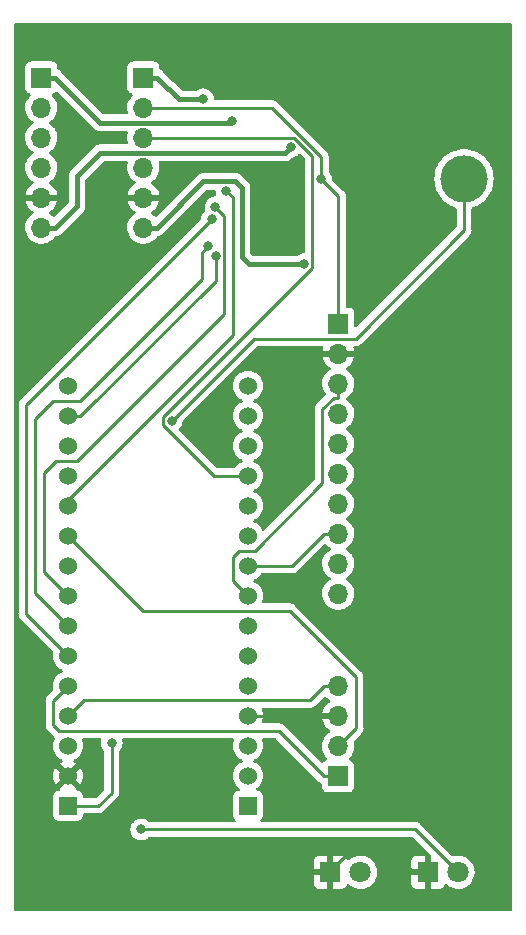
<source format=gbr>
%TF.GenerationSoftware,KiCad,Pcbnew,(6.0.7)*%
%TF.CreationDate,2023-08-30T15:26:21+09:00*%
%TF.ProjectId,graduate-project,67726164-7561-4746-952d-70726f6a6563,rev?*%
%TF.SameCoordinates,Original*%
%TF.FileFunction,Copper,L2,Bot*%
%TF.FilePolarity,Positive*%
%FSLAX46Y46*%
G04 Gerber Fmt 4.6, Leading zero omitted, Abs format (unit mm)*
G04 Created by KiCad (PCBNEW (6.0.7)) date 2023-08-30 15:26:21*
%MOMM*%
%LPD*%
G01*
G04 APERTURE LIST*
%TA.AperFunction,ComponentPad*%
%ADD10C,0.600000*%
%TD*%
%TA.AperFunction,ComponentPad*%
%ADD11R,1.700000X1.700000*%
%TD*%
%TA.AperFunction,ComponentPad*%
%ADD12O,1.700000X1.700000*%
%TD*%
%TA.AperFunction,ComponentPad*%
%ADD13R,1.800000X1.800000*%
%TD*%
%TA.AperFunction,ComponentPad*%
%ADD14C,1.800000*%
%TD*%
%TA.AperFunction,ComponentPad*%
%ADD15R,1.530000X1.530000*%
%TD*%
%TA.AperFunction,ComponentPad*%
%ADD16C,1.530000*%
%TD*%
%TA.AperFunction,ComponentPad*%
%ADD17R,3.800000X3.800000*%
%TD*%
%TA.AperFunction,ComponentPad*%
%ADD18C,4.000000*%
%TD*%
%TA.AperFunction,ViaPad*%
%ADD19C,0.800000*%
%TD*%
%TA.AperFunction,Conductor*%
%ADD20C,0.250000*%
%TD*%
%TA.AperFunction,Conductor*%
%ADD21C,0.400000*%
%TD*%
G04 APERTURE END LIST*
D10*
%TO.P,,17,PPAD*%
%TO.N,BATT_GND*%
X72136000Y-55880000D03*
%TD*%
%TO.P,,17,PPAD*%
%TO.N,BATT_GND*%
X73152000Y-56896000D03*
%TD*%
%TO.P,,17,PPAD*%
%TO.N,BATT_GND*%
X72136000Y-44450000D03*
%TD*%
%TO.P,,17,PPAD*%
%TO.N,BATT_GND*%
X73152000Y-44450000D03*
%TD*%
%TO.P,,17,PPAD*%
%TO.N,BATT_GND*%
X72136000Y-43434000D03*
%TD*%
%TO.P,,17,PPAD*%
%TO.N,BATT_GND*%
X73152000Y-42418000D03*
%TD*%
%TO.P,,17,PPAD*%
%TO.N,BATT_GND*%
X72136000Y-54864000D03*
%TD*%
%TO.P,,17,PPAD*%
%TO.N,BATT_GND*%
X73152000Y-54864000D03*
%TD*%
%TO.P,,17,PPAD*%
%TO.N,BATT_GND*%
X73152000Y-43434000D03*
%TD*%
%TO.P,,17,PPAD*%
%TO.N,BATT_GND*%
X72136000Y-42418000D03*
%TD*%
%TO.P,,17,PPAD*%
%TO.N,BATT_GND*%
X73152000Y-55880000D03*
%TD*%
%TO.P,,17,PPAD*%
%TO.N,BATT_GND*%
X72136000Y-56896000D03*
%TD*%
D11*
%TO.P,J2,1,VCC*%
%TO.N,ENC_VCC*%
X78765000Y-64038000D03*
D12*
%TO.P,J2,2,GND*%
%TO.N,BATT_GND*%
X78765000Y-66578000D03*
%TO.P,J2,3,SCL*%
%TO.N,GY_SCL*%
X78765000Y-69118000D03*
%TO.P,J2,4,SDA*%
%TO.N,GY_SDA*%
X78765000Y-71658000D03*
%TO.P,J2,5,EDA*%
%TO.N,unconnected-(J2-Pad5)*%
X78765000Y-74198000D03*
%TO.P,J2,6,ECL*%
%TO.N,unconnected-(J2-Pad6)*%
X78765000Y-76738000D03*
%TO.P,J2,7,AD0*%
%TO.N,unconnected-(J2-Pad7)*%
X78765000Y-79278000D03*
%TO.P,J2,8,INT*%
%TO.N,GY_INT*%
X78765000Y-81818000D03*
%TO.P,J2,9,NCS*%
%TO.N,unconnected-(J2-Pad9)*%
X78765000Y-84358000D03*
%TO.P,J2,10,FSYNC*%
%TO.N,unconnected-(J2-Pad10)*%
X78765000Y-86898000D03*
%TD*%
D13*
%TO.P,D1,1,K*%
%TO.N,BATT_GND*%
X78100000Y-110490000D03*
D14*
%TO.P,D1,2,A*%
%TO.N,Net-(D1-Pad2)*%
X80640000Y-110490000D03*
%TD*%
D13*
%TO.P,D2,1,K*%
%TO.N,BATT_GND*%
X86355000Y-110490000D03*
D14*
%TO.P,D2,2,A*%
%TO.N,Net-(D2-Pad2)*%
X88895000Y-110490000D03*
%TD*%
D15*
%TO.P,U1,CN3_1,PA9*%
%TO.N,ENC_1B*%
X71120000Y-104861000D03*
D16*
%TO.P,U1,CN3_2,PA10*%
%TO.N,M_IN2*%
X71120000Y-102321000D03*
%TO.P,U1,CN3_3,NRST_CN3*%
%TO.N,unconnected-(U1-PadCN3_3)*%
X71120000Y-99781000D03*
%TO.P,U1,CN3_4,GND_CN3*%
%TO.N,BATT_GND*%
X71120000Y-97241000D03*
%TO.P,U1,CN3_5,PA12*%
%TO.N,unconnected-(U1-PadCN3_5)*%
X71120000Y-94701000D03*
%TO.P,U1,CN3_6,PB0*%
%TO.N,M_FAULT1*%
X71120000Y-92161000D03*
%TO.P,U1,CN3_7,PB7*%
%TO.N,GY_SDA*%
X71120000Y-89621000D03*
%TO.P,U1,CN3_8,PB6*%
%TO.N,GY_SCL*%
X71120000Y-87081000D03*
%TO.P,U1,CN3_9,PB1*%
%TO.N,GY_INT*%
X71120000Y-84541000D03*
%TO.P,U1,CN3_10,PC14*%
%TO.N,unconnected-(U1-PadCN3_10)*%
X71120000Y-82001000D03*
%TO.P,U1,CN3_11,PC15*%
%TO.N,unconnected-(U1-PadCN3_11)*%
X71120000Y-79461000D03*
%TO.P,U1,CN3_12,PA8*%
%TO.N,ENC_1A*%
X71120000Y-76921000D03*
%TO.P,U1,CN3_13,PA11*%
%TO.N,M_IN1*%
X71120000Y-74381000D03*
%TO.P,U1,CN3_14,PB5*%
%TO.N,unconnected-(U1-PadCN3_14)*%
X71120000Y-71841000D03*
%TO.P,U1,CN3_15,PB4*%
%TO.N,LED_ERR*%
X71120000Y-69301000D03*
D15*
%TO.P,U1,CN4_1,VIN*%
%TO.N,BATT_VIN*%
X55880000Y-104861000D03*
D16*
%TO.P,U1,CN4_2,GND_CN4*%
%TO.N,BATT_GND*%
X55880000Y-102321000D03*
%TO.P,U1,CN4_3,NRST_CN4*%
%TO.N,unconnected-(U1-PadCN4_3)*%
X55880000Y-99781000D03*
%TO.P,U1,CN4_4,+5V*%
%TO.N,ENC_VCC*%
X55880000Y-97241000D03*
%TO.P,U1,CN4_5,PA2*%
%TO.N,HM_RX*%
X55880000Y-94701000D03*
%TO.P,U1,CN4_6,PA7*%
%TO.N,M_OFF*%
X55880000Y-92161000D03*
%TO.P,U1,CN4_7,PA6*%
%TO.N,M_FAULT2*%
X55880000Y-89621000D03*
%TO.P,U1,CN4_8,PA5*%
%TO.N,M_IN4*%
X55880000Y-87081000D03*
%TO.P,U1,CN4_9,PA4*%
%TO.N,unconnected-(U1-PadCN4_9)*%
X55880000Y-84541000D03*
%TO.P,U1,CN4_10,PA3*%
%TO.N,HM_TX*%
X55880000Y-82001000D03*
%TO.P,U1,CN4_11,PA1*%
%TO.N,M_IN3*%
X55880000Y-79461000D03*
%TO.P,U1,CN4_12,PA0*%
%TO.N,Net-(R1-Pad1)*%
X55880000Y-76921000D03*
%TO.P,U1,CN4_13,AREF*%
%TO.N,unconnected-(U1-PadCN4_13)*%
X55880000Y-74381000D03*
%TO.P,U1,CN4_14,+3V3*%
%TO.N,3_3V*%
X55880000Y-71841000D03*
%TO.P,U1,CN4_15,PB3*%
%TO.N,LED_RUN*%
X55880000Y-69301000D03*
%TD*%
D11*
%TO.P,J5,1,M+*%
%TO.N,Net-(J5-Pad1)*%
X53619000Y-43205000D03*
D12*
%TO.P,J5,2,ENC_VCC*%
%TO.N,ENC_VCC*%
X53619000Y-45745000D03*
%TO.P,J5,3,ENC_A*%
%TO.N,unconnected-(J5-Pad3)*%
X53619000Y-48285000D03*
%TO.P,J5,4,ENC_B*%
%TO.N,unconnected-(J5-Pad4)*%
X53619000Y-50825000D03*
%TO.P,J5,5,ENC_GND*%
%TO.N,BATT_GND*%
X53619000Y-53365000D03*
%TO.P,J5,6,M-*%
%TO.N,Net-(J5-Pad6)*%
X53619000Y-55905000D03*
%TD*%
D11*
%TO.P,J3,1,RX*%
%TO.N,HM_RX*%
X78740000Y-102362000D03*
D12*
%TO.P,J3,2,TX*%
%TO.N,HM_TX*%
X78740000Y-99822000D03*
%TO.P,J3,3,GND*%
%TO.N,BATT_GND*%
X78740000Y-97282000D03*
%TO.P,J3,4,VCC*%
%TO.N,ENC_VCC*%
X78740000Y-94742000D03*
%TD*%
D17*
%TO.P,J1,1,Pin_1*%
%TO.N,BATT_GND*%
X89408000Y-46776000D03*
D18*
%TO.P,J1,2,Pin_2*%
%TO.N,BATT_VIN*%
X89408000Y-51776000D03*
%TD*%
D12*
%TO.P,J4,6,M-*%
%TO.N,Net-(U2-Pad10)*%
X62255000Y-55905000D03*
%TO.P,J4,5,ENC_GND*%
%TO.N,BATT_GND*%
X62255000Y-53365000D03*
%TO.P,J4,4,ENC_B*%
%TO.N,ENC_1B*%
X62255000Y-50825000D03*
%TO.P,J4,3,ENC_A*%
%TO.N,ENC_1A*%
X62255000Y-48285000D03*
%TO.P,J4,2,ENC_VCC*%
%TO.N,ENC_VCC*%
X62255000Y-45745000D03*
D11*
%TO.P,J4,1,M+*%
%TO.N,Net-(U2-Pad8)*%
X62255000Y-43205000D03*
%TD*%
D19*
%TO.N,BATT_VIN*%
X59581300Y-99568000D03*
X64670800Y-72242100D03*
%TO.N,Net-(D2-Pad2)*%
X62077700Y-106870000D03*
%TO.N,ENC_VCC*%
X77310000Y-51809000D03*
%TO.N,Net-(J5-Pad1)*%
X69774000Y-46842500D03*
%TO.N,Net-(J5-Pad6)*%
X74762300Y-49045300D03*
%TO.N,M_OFF*%
X68050900Y-55191900D03*
%TO.N,M_IN4*%
X68361200Y-54170600D03*
%TO.N,M_IN3*%
X69293100Y-52794800D03*
%TO.N,Net-(U2-Pad8)*%
X67317100Y-45029200D03*
%TO.N,Net-(U2-Pad10)*%
X75851100Y-58990100D03*
%TO.N,M_FAULT2*%
X67770500Y-57496900D03*
%TO.N,3_3V*%
X68374900Y-58309600D03*
%TD*%
D20*
%TO.N,BATT_VIN*%
X59581300Y-103740700D02*
X58461000Y-104861000D01*
X59581300Y-99568000D02*
X59581300Y-103740700D01*
X58461000Y-104861000D02*
X55880000Y-104861000D01*
X80234000Y-65308000D02*
X71604900Y-65308000D01*
X71604900Y-65308000D02*
X64670800Y-72242100D01*
X89408000Y-56134000D02*
X80234000Y-65308000D01*
X89408000Y-51776000D02*
X89408000Y-56134000D01*
%TO.N,BATT_GND*%
X85128100Y-110490000D02*
X83604100Y-108966000D01*
X86355000Y-110490000D02*
X85128100Y-110490000D01*
X83604100Y-108966000D02*
X79502000Y-108966000D01*
X77563100Y-97282000D02*
X77522100Y-97241000D01*
X77522100Y-97241000D02*
X71120000Y-97241000D01*
X78100000Y-110368000D02*
X78100000Y-110490000D01*
X78740000Y-97282000D02*
X77563100Y-97282000D01*
X79502000Y-108966000D02*
X78100000Y-110368000D01*
%TO.N,Net-(D2-Pad2)*%
X88895000Y-110490000D02*
X85275000Y-106870000D01*
X85275000Y-106870000D02*
X62077700Y-106870000D01*
%TO.N,ENC_VCC*%
X76390700Y-95914400D02*
X57206600Y-95914400D01*
X77310000Y-49925200D02*
X73140900Y-45756100D01*
X63431900Y-45745000D02*
X62255000Y-45745000D01*
X77563100Y-94742000D02*
X76390700Y-95914400D01*
X57206600Y-95914400D02*
X55880000Y-97241000D01*
X63443000Y-45756100D02*
X63431900Y-45745000D01*
X73140900Y-45756100D02*
X63443000Y-45756100D01*
X77310000Y-51809000D02*
X78765000Y-53264000D01*
X78740000Y-94742000D02*
X77563100Y-94742000D01*
X77310000Y-51809000D02*
X77310000Y-49925200D01*
X78765000Y-53264000D02*
X78765000Y-64038000D01*
%TO.N,GY_SCL*%
X70399000Y-83271000D02*
X69850000Y-83820000D01*
X69850000Y-83820000D02*
X69850000Y-85811000D01*
X71675750Y-83271000D02*
X70399000Y-83271000D01*
X77400400Y-77546350D02*
X71675750Y-83271000D01*
X78765000Y-70294900D02*
X78399200Y-70294900D01*
X69850000Y-85811000D02*
X71120000Y-87081000D01*
X78399200Y-70294900D02*
X77400400Y-71293700D01*
X77400400Y-71293700D02*
X77400400Y-77546350D01*
X78765000Y-69118000D02*
X78765000Y-70294900D01*
%TO.N,GY_INT*%
X77588100Y-81818000D02*
X74865100Y-84541000D01*
X74865100Y-84541000D02*
X71120000Y-84541000D01*
X78765000Y-81818000D02*
X77588100Y-81818000D01*
%TO.N,HM_RX*%
X55077000Y-98511000D02*
X54610000Y-98044000D01*
X77563100Y-102362000D02*
X73712100Y-98511000D01*
X54610000Y-95971000D02*
X55880000Y-94701000D01*
X78740000Y-102362000D02*
X77563100Y-102362000D01*
X54610000Y-98044000D02*
X54610000Y-95971000D01*
X73712100Y-98511000D02*
X55077000Y-98511000D01*
%TO.N,HM_TX*%
X62230000Y-88351000D02*
X55880000Y-82001000D01*
X78740000Y-99822000D02*
X80264000Y-98298000D01*
X80264000Y-93980000D02*
X74635000Y-88351000D01*
X74635000Y-88351000D02*
X62230000Y-88351000D01*
X80264000Y-98298000D02*
X80264000Y-93980000D01*
%TO.N,ENC_1A*%
X71120000Y-76921000D02*
X68274000Y-76921000D01*
X76578100Y-49832400D02*
X75030700Y-48285000D01*
X68274000Y-76921000D02*
X63943800Y-72590800D01*
X63943800Y-72590800D02*
X63943800Y-71941200D01*
X76578100Y-59306900D02*
X76578100Y-49832400D01*
X75030700Y-48285000D02*
X62255000Y-48285000D01*
X63943800Y-71941200D02*
X76578100Y-59306900D01*
D21*
%TO.N,Net-(J5-Pad1)*%
X53619000Y-43205000D02*
X54795900Y-43205000D01*
X69581500Y-47035000D02*
X69774000Y-46842500D01*
X54795900Y-43205000D02*
X58625900Y-47035000D01*
X58625900Y-47035000D02*
X69581500Y-47035000D01*
%TO.N,Net-(J5-Pad6)*%
X56642000Y-54102000D02*
X56642000Y-51562000D01*
X53640900Y-55926900D02*
X54817100Y-55926900D01*
X56642000Y-51562000D02*
X58629000Y-49575000D01*
X53640200Y-55926900D02*
X53640900Y-55926900D01*
D20*
X53640900Y-55926900D02*
X53619000Y-55905000D01*
D21*
X74232600Y-49575000D02*
X74762300Y-49045300D01*
X58629000Y-49575000D02*
X74232600Y-49575000D01*
X54817100Y-55926900D02*
X56642000Y-54102000D01*
D20*
%TO.N,M_OFF*%
X52324000Y-70918800D02*
X68050900Y-55191900D01*
X55880000Y-92161000D02*
X52324000Y-88605000D01*
X52324000Y-88605000D02*
X52324000Y-70918800D01*
%TO.N,M_IN4*%
X69101800Y-54911200D02*
X68361200Y-54170600D01*
X56683000Y-75651000D02*
X69101800Y-63232200D01*
X55880000Y-87081000D02*
X53848000Y-85049000D01*
X69101800Y-63232200D02*
X69101800Y-54911200D01*
X53848000Y-85049000D02*
X53848000Y-76708000D01*
X53848000Y-76708000D02*
X54905000Y-75651000D01*
X54905000Y-75651000D02*
X56683000Y-75651000D01*
%TO.N,M_IN3*%
X69293100Y-52794800D02*
X69850000Y-53351700D01*
X69850000Y-65024000D02*
X55880000Y-78994000D01*
X69850000Y-53351700D02*
X69850000Y-65024000D01*
X55880000Y-78994000D02*
X55880000Y-79461000D01*
D21*
%TO.N,Net-(U2-Pad8)*%
X63431900Y-43205000D02*
X65256100Y-45029200D01*
X65256100Y-45029200D02*
X67317100Y-45029200D01*
X62255000Y-43205000D02*
X63431900Y-43205000D01*
%TO.N,Net-(U2-Pad10)*%
X63431900Y-55905000D02*
X67342100Y-51994800D01*
X70028800Y-51994800D02*
X70612000Y-52578000D01*
X70612000Y-52578000D02*
X70612000Y-58420000D01*
X71182100Y-58990100D02*
X75851100Y-58990100D01*
X67342100Y-51994800D02*
X70028800Y-51994800D01*
X70612000Y-58420000D02*
X71182100Y-58990100D01*
X62255000Y-55905000D02*
X63431900Y-55905000D01*
D20*
%TO.N,M_FAULT2*%
X53086000Y-72136000D02*
X54610000Y-70612000D01*
X67245300Y-60262700D02*
X67245300Y-58022100D01*
X53086000Y-86827000D02*
X53086000Y-72136000D01*
X67245300Y-58022100D02*
X67770500Y-57496900D01*
X56896000Y-70612000D02*
X67245300Y-60262700D01*
X55880000Y-89621000D02*
X53086000Y-86827000D01*
X54610000Y-70612000D02*
X56896000Y-70612000D01*
%TO.N,3_3V*%
X68374900Y-60403100D02*
X68374900Y-58309600D01*
X55880000Y-71841000D02*
X56937000Y-71841000D01*
X56937000Y-71841000D02*
X68374900Y-60403100D01*
%TD*%
%TA.AperFunction,Conductor*%
%TO.N,BATT_GND*%
G36*
X92964000Y-60706000D02*
G01*
X85731904Y-60706000D01*
X89800247Y-56637657D01*
X89808537Y-56630113D01*
X89815018Y-56626000D01*
X89861659Y-56576332D01*
X89864413Y-56573491D01*
X89884134Y-56553770D01*
X89886612Y-56550575D01*
X89894318Y-56541553D01*
X89919158Y-56515101D01*
X89924586Y-56509321D01*
X89934346Y-56491568D01*
X89945199Y-56475045D01*
X89952753Y-56465306D01*
X89957613Y-56459041D01*
X89975176Y-56418457D01*
X89980383Y-56407827D01*
X90001695Y-56369060D01*
X90003666Y-56361383D01*
X90003668Y-56361378D01*
X90006732Y-56349442D01*
X90013138Y-56330730D01*
X90018033Y-56319419D01*
X90021181Y-56312145D01*
X90022421Y-56304317D01*
X90022423Y-56304310D01*
X90028099Y-56268476D01*
X90030505Y-56256856D01*
X90039528Y-56221711D01*
X90039528Y-56221710D01*
X90041500Y-56214030D01*
X90041500Y-56193776D01*
X90043051Y-56174065D01*
X90044980Y-56161886D01*
X90046220Y-56154057D01*
X90042059Y-56110038D01*
X90041500Y-56098181D01*
X90041500Y-54300946D01*
X90061502Y-54232825D01*
X90115158Y-54186332D01*
X90136157Y-54178907D01*
X90184702Y-54166443D01*
X90188382Y-54164986D01*
X90188385Y-54164985D01*
X90474505Y-54051702D01*
X90474510Y-54051700D01*
X90478179Y-54050247D01*
X90604735Y-53980672D01*
X90751307Y-53900093D01*
X90751310Y-53900091D01*
X90754779Y-53898184D01*
X91010140Y-53712654D01*
X91240233Y-53496582D01*
X91441432Y-53253375D01*
X91610562Y-52986869D01*
X91612246Y-52983290D01*
X91612250Y-52983283D01*
X91743267Y-52704856D01*
X91743269Y-52704852D01*
X91744956Y-52701266D01*
X91775614Y-52606912D01*
X91817594Y-52477708D01*
X91842495Y-52401072D01*
X91901641Y-52091020D01*
X91921460Y-51776000D01*
X91901641Y-51460980D01*
X91842495Y-51150928D01*
X91744956Y-50850734D01*
X91743267Y-50847144D01*
X91612250Y-50568717D01*
X91612246Y-50568710D01*
X91610562Y-50565131D01*
X91441432Y-50298625D01*
X91285683Y-50110357D01*
X91242758Y-50058470D01*
X91242757Y-50058469D01*
X91240233Y-50055418D01*
X91010140Y-49839346D01*
X90990823Y-49825311D01*
X90909742Y-49766403D01*
X90754779Y-49653816D01*
X90723124Y-49636413D01*
X90481648Y-49503660D01*
X90481647Y-49503659D01*
X90478179Y-49501753D01*
X90474510Y-49500300D01*
X90474505Y-49500298D01*
X90188372Y-49387010D01*
X90188371Y-49387010D01*
X90184702Y-49385557D01*
X89878975Y-49307060D01*
X89565821Y-49267500D01*
X89250179Y-49267500D01*
X88937025Y-49307060D01*
X88631298Y-49385557D01*
X88627629Y-49387010D01*
X88627628Y-49387010D01*
X88341495Y-49500298D01*
X88341490Y-49500300D01*
X88337821Y-49501753D01*
X88334353Y-49503659D01*
X88334352Y-49503660D01*
X88092877Y-49636413D01*
X88061221Y-49653816D01*
X87906258Y-49766403D01*
X87825178Y-49825311D01*
X87805860Y-49839346D01*
X87575767Y-50055418D01*
X87573243Y-50058469D01*
X87573242Y-50058470D01*
X87530317Y-50110357D01*
X87374568Y-50298625D01*
X87205438Y-50565131D01*
X87203754Y-50568710D01*
X87203750Y-50568717D01*
X87072733Y-50847144D01*
X87071044Y-50850734D01*
X86973505Y-51150928D01*
X86914359Y-51460980D01*
X86894540Y-51776000D01*
X86914359Y-52091020D01*
X86973505Y-52401072D01*
X86998406Y-52477708D01*
X87040387Y-52606912D01*
X87071044Y-52701266D01*
X87072731Y-52704852D01*
X87072733Y-52704856D01*
X87203750Y-52983283D01*
X87203754Y-52983290D01*
X87205438Y-52986869D01*
X87374568Y-53253375D01*
X87575767Y-53496582D01*
X87805860Y-53712654D01*
X88061221Y-53898184D01*
X88064690Y-53900091D01*
X88064693Y-53900093D01*
X88211265Y-53980672D01*
X88337821Y-54050247D01*
X88341490Y-54051700D01*
X88341495Y-54051702D01*
X88627615Y-54164985D01*
X88627618Y-54164986D01*
X88631298Y-54166443D01*
X88679837Y-54178906D01*
X88740841Y-54215219D01*
X88772530Y-54278751D01*
X88774500Y-54300946D01*
X88774500Y-55819405D01*
X88754498Y-55887526D01*
X88737595Y-55908500D01*
X83940095Y-60706000D01*
X79398500Y-60706000D01*
X79398500Y-53342768D01*
X79399027Y-53331585D01*
X79400702Y-53324092D01*
X79399959Y-53300434D01*
X79398562Y-53256002D01*
X79398500Y-53252044D01*
X79398500Y-53224144D01*
X79397996Y-53220153D01*
X79397063Y-53208311D01*
X79395923Y-53172036D01*
X79395674Y-53164111D01*
X79393462Y-53156497D01*
X79393461Y-53156492D01*
X79390023Y-53144659D01*
X79386012Y-53125295D01*
X79384467Y-53113064D01*
X79383474Y-53105203D01*
X79380557Y-53097836D01*
X79380556Y-53097831D01*
X79367198Y-53064092D01*
X79363354Y-53052865D01*
X79353230Y-53018022D01*
X79351018Y-53010407D01*
X79340707Y-52992972D01*
X79332012Y-52975224D01*
X79324552Y-52956383D01*
X79298564Y-52920613D01*
X79292048Y-52910693D01*
X79273580Y-52879465D01*
X79273578Y-52879462D01*
X79269542Y-52872638D01*
X79255221Y-52858317D01*
X79242380Y-52843283D01*
X79235131Y-52833306D01*
X79230472Y-52826893D01*
X79196395Y-52798702D01*
X79187616Y-52790712D01*
X78257122Y-51860218D01*
X78223096Y-51797906D01*
X78220907Y-51784293D01*
X78220452Y-51779958D01*
X78203542Y-51619072D01*
X78144527Y-51437444D01*
X78136615Y-51423739D01*
X78099598Y-51359625D01*
X78049040Y-51272056D01*
X77975863Y-51190785D01*
X77945147Y-51126779D01*
X77943500Y-51106476D01*
X77943500Y-50003968D01*
X77944027Y-49992785D01*
X77945702Y-49985292D01*
X77944486Y-49946585D01*
X77943562Y-49917202D01*
X77943500Y-49913244D01*
X77943500Y-49885344D01*
X77942996Y-49881353D01*
X77942063Y-49869511D01*
X77941108Y-49839103D01*
X77940674Y-49825311D01*
X77938462Y-49817697D01*
X77938461Y-49817692D01*
X77935023Y-49805859D01*
X77931012Y-49786495D01*
X77929467Y-49774264D01*
X77928474Y-49766403D01*
X77925557Y-49759036D01*
X77925556Y-49759031D01*
X77912198Y-49725292D01*
X77908354Y-49714065D01*
X77898230Y-49679222D01*
X77896018Y-49671607D01*
X77887398Y-49657031D01*
X77885707Y-49654172D01*
X77877012Y-49636424D01*
X77869552Y-49617583D01*
X77843564Y-49581813D01*
X77837048Y-49571893D01*
X77818580Y-49540665D01*
X77818578Y-49540662D01*
X77814542Y-49533838D01*
X77800221Y-49519517D01*
X77787380Y-49504483D01*
X77786782Y-49503660D01*
X77775472Y-49488093D01*
X77741395Y-49459902D01*
X77732616Y-49451912D01*
X73644552Y-45363847D01*
X73637012Y-45355561D01*
X73632900Y-45349082D01*
X73583248Y-45302456D01*
X73580407Y-45299702D01*
X73560670Y-45279965D01*
X73557473Y-45277485D01*
X73548451Y-45269780D01*
X73522000Y-45244941D01*
X73516221Y-45239514D01*
X73509275Y-45235695D01*
X73509272Y-45235693D01*
X73498466Y-45229752D01*
X73481947Y-45218901D01*
X73481483Y-45218541D01*
X73465941Y-45206486D01*
X73458672Y-45203341D01*
X73458668Y-45203338D01*
X73425363Y-45188926D01*
X73414713Y-45183709D01*
X73375960Y-45162405D01*
X73356337Y-45157367D01*
X73337634Y-45150963D01*
X73326320Y-45146067D01*
X73326319Y-45146067D01*
X73319045Y-45142919D01*
X73311222Y-45141680D01*
X73311212Y-45141677D01*
X73275376Y-45136001D01*
X73263756Y-45133595D01*
X73228611Y-45124572D01*
X73228610Y-45124572D01*
X73220930Y-45122600D01*
X73200676Y-45122600D01*
X73180965Y-45121049D01*
X73168786Y-45119120D01*
X73160957Y-45117880D01*
X73153065Y-45118626D01*
X73116939Y-45122041D01*
X73105081Y-45122600D01*
X68353872Y-45122600D01*
X68285751Y-45102598D01*
X68239258Y-45048942D01*
X68228562Y-45009771D01*
X68211332Y-44845834D01*
X68211331Y-44845831D01*
X68210642Y-44839272D01*
X68151627Y-44657644D01*
X68056140Y-44492256D01*
X67928353Y-44350334D01*
X67773852Y-44238082D01*
X67767824Y-44235398D01*
X67767822Y-44235397D01*
X67605419Y-44163091D01*
X67605418Y-44163091D01*
X67599388Y-44160406D01*
X67505987Y-44140553D01*
X67419044Y-44122072D01*
X67419039Y-44122072D01*
X67412587Y-44120700D01*
X67221613Y-44120700D01*
X67215161Y-44122072D01*
X67215156Y-44122072D01*
X67128213Y-44140553D01*
X67034812Y-44160406D01*
X67028782Y-44163091D01*
X67028781Y-44163091D01*
X66866378Y-44235397D01*
X66866376Y-44235398D01*
X66860348Y-44238082D01*
X66855007Y-44241962D01*
X66855006Y-44241963D01*
X66779756Y-44296636D01*
X66712889Y-44320494D01*
X66705695Y-44320700D01*
X65601760Y-44320700D01*
X65533639Y-44300698D01*
X65512665Y-44283795D01*
X64770000Y-43541130D01*
X64770000Y-39624000D01*
X92964000Y-39624000D01*
X92964000Y-60706000D01*
G37*
%TD.AperFunction*%
%TA.AperFunction,Conductor*%
G36*
X75511087Y-49681493D02*
G01*
X75562392Y-49712597D01*
X75907696Y-50057901D01*
X75941721Y-50120213D01*
X75944600Y-50146996D01*
X75944600Y-57955600D01*
X75924598Y-58023721D01*
X75870942Y-58070214D01*
X75818600Y-58081600D01*
X75755613Y-58081600D01*
X75749161Y-58082972D01*
X75749156Y-58082972D01*
X75663765Y-58101123D01*
X75568812Y-58121306D01*
X75562782Y-58123991D01*
X75562781Y-58123991D01*
X75400378Y-58196297D01*
X75400376Y-58196298D01*
X75394348Y-58198982D01*
X75389007Y-58202862D01*
X75389006Y-58202863D01*
X75313756Y-58257536D01*
X75246889Y-58281394D01*
X75239695Y-58281600D01*
X71527760Y-58281600D01*
X71459639Y-58261598D01*
X71438665Y-58244695D01*
X71357405Y-58163435D01*
X71323379Y-58101123D01*
X71320500Y-58074340D01*
X71320500Y-52606912D01*
X71320792Y-52598342D01*
X71324209Y-52548224D01*
X71324209Y-52548220D01*
X71324725Y-52540648D01*
X71313739Y-52477703D01*
X71312777Y-52471182D01*
X71306015Y-52415304D01*
X71305102Y-52407758D01*
X71302416Y-52400650D01*
X71301779Y-52398056D01*
X71297318Y-52381750D01*
X71296548Y-52379199D01*
X71295242Y-52371716D01*
X71269561Y-52313212D01*
X71267069Y-52307105D01*
X71247173Y-52254452D01*
X71247173Y-52254451D01*
X71244487Y-52247344D01*
X71240184Y-52241083D01*
X71238947Y-52238717D01*
X71230720Y-52223937D01*
X71229369Y-52221652D01*
X71226315Y-52214695D01*
X71221695Y-52208675D01*
X71221692Y-52208669D01*
X71187421Y-52164009D01*
X71183541Y-52158668D01*
X71151661Y-52112280D01*
X71151656Y-52112275D01*
X71147357Y-52106019D01*
X71130523Y-52091020D01*
X71100830Y-52064565D01*
X71095554Y-52059584D01*
X70550250Y-51514280D01*
X70544396Y-51508015D01*
X70542612Y-51505970D01*
X70506361Y-51464415D01*
X70454080Y-51427671D01*
X70448786Y-51423739D01*
X70404493Y-51389009D01*
X70398518Y-51384324D01*
X70391602Y-51381201D01*
X70389316Y-51379817D01*
X70374635Y-51371443D01*
X70372275Y-51370178D01*
X70366061Y-51365810D01*
X70358982Y-51363050D01*
X70358980Y-51363049D01*
X70306525Y-51342598D01*
X70300456Y-51340047D01*
X70242227Y-51313755D01*
X70234760Y-51312371D01*
X70232205Y-51311570D01*
X70215952Y-51306941D01*
X70213372Y-51306278D01*
X70206291Y-51303518D01*
X70198760Y-51302527D01*
X70198758Y-51302526D01*
X70169139Y-51298627D01*
X70142939Y-51295178D01*
X70136441Y-51294148D01*
X70073614Y-51282504D01*
X70066034Y-51282941D01*
X70066033Y-51282941D01*
X70011408Y-51286091D01*
X70004154Y-51286300D01*
X67371027Y-51286300D01*
X67362458Y-51286008D01*
X67312325Y-51282590D01*
X67312321Y-51282590D01*
X67304748Y-51282074D01*
X67241781Y-51293064D01*
X67235269Y-51294024D01*
X67171858Y-51301698D01*
X67164757Y-51304381D01*
X67162148Y-51305022D01*
X67145815Y-51309491D01*
X67143295Y-51310252D01*
X67135817Y-51311557D01*
X67128865Y-51314609D01*
X67128864Y-51314609D01*
X67077304Y-51337241D01*
X67071199Y-51339732D01*
X67018556Y-51359625D01*
X67018552Y-51359627D01*
X67011444Y-51362313D01*
X67005183Y-51366616D01*
X67002817Y-51367853D01*
X66988037Y-51376080D01*
X66985752Y-51377431D01*
X66978795Y-51380485D01*
X66972775Y-51385105D01*
X66972769Y-51385108D01*
X66941642Y-51408994D01*
X66928098Y-51419387D01*
X66922768Y-51423259D01*
X66876380Y-51455139D01*
X66876375Y-51455144D01*
X66870119Y-51459443D01*
X66865068Y-51465113D01*
X66865066Y-51465114D01*
X66828665Y-51505970D01*
X66823684Y-51511246D01*
X64770000Y-53564930D01*
X64770000Y-50283500D01*
X74203688Y-50283500D01*
X74212258Y-50283792D01*
X74262376Y-50287209D01*
X74262380Y-50287209D01*
X74269952Y-50287725D01*
X74277429Y-50286420D01*
X74277430Y-50286420D01*
X74303908Y-50281799D01*
X74332903Y-50276738D01*
X74339421Y-50275777D01*
X74402842Y-50268102D01*
X74409943Y-50265419D01*
X74412552Y-50264778D01*
X74428862Y-50260315D01*
X74431398Y-50259550D01*
X74438884Y-50258243D01*
X74497400Y-50232556D01*
X74503504Y-50230065D01*
X74556148Y-50210173D01*
X74556149Y-50210172D01*
X74563256Y-50207487D01*
X74569519Y-50203183D01*
X74571885Y-50201946D01*
X74586697Y-50193701D01*
X74588951Y-50192368D01*
X74595905Y-50189315D01*
X74646602Y-50150413D01*
X74651932Y-50146541D01*
X74698320Y-50114661D01*
X74698325Y-50114656D01*
X74704581Y-50110357D01*
X74718438Y-50094805D01*
X74746035Y-50063830D01*
X74751016Y-50058554D01*
X74828833Y-49980737D01*
X74891731Y-49946585D01*
X74907889Y-49943150D01*
X75044588Y-49914094D01*
X75118124Y-49881354D01*
X75213022Y-49839103D01*
X75213024Y-49839102D01*
X75219052Y-49836418D01*
X75234340Y-49825311D01*
X75315419Y-49766403D01*
X75373553Y-49724166D01*
X75379661Y-49717382D01*
X75380908Y-49716614D01*
X75382877Y-49714841D01*
X75383201Y-49715201D01*
X75440103Y-49680143D01*
X75511087Y-49681493D01*
G37*
%TD.AperFunction*%
%TA.AperFunction,Conductor*%
G36*
X68324649Y-52723302D02*
G01*
X68371142Y-52776958D01*
X68381838Y-52816130D01*
X68397354Y-52963754D01*
X68399558Y-52984728D01*
X68401598Y-52991006D01*
X68436091Y-53097164D01*
X68438119Y-53168131D01*
X68401456Y-53228929D01*
X68337744Y-53260255D01*
X68316258Y-53262100D01*
X68265713Y-53262100D01*
X68259261Y-53263472D01*
X68259256Y-53263472D01*
X68172313Y-53281953D01*
X68078912Y-53301806D01*
X68072882Y-53304491D01*
X68072881Y-53304491D01*
X67910478Y-53376797D01*
X67910476Y-53376798D01*
X67904448Y-53379482D01*
X67749947Y-53491734D01*
X67622160Y-53633656D01*
X67526673Y-53799044D01*
X67467658Y-53980672D01*
X67466968Y-53987233D01*
X67466968Y-53987235D01*
X67448386Y-54164035D01*
X67447696Y-54170600D01*
X67448386Y-54177165D01*
X67451124Y-54203211D01*
X67467658Y-54360528D01*
X67469698Y-54366805D01*
X67474602Y-54381898D01*
X67476631Y-54452866D01*
X67440207Y-54512627D01*
X67439647Y-54513034D01*
X67311860Y-54654956D01*
X67216373Y-54820344D01*
X67157358Y-55001972D01*
X67156668Y-55008533D01*
X67156668Y-55008535D01*
X67139993Y-55167192D01*
X67112980Y-55232849D01*
X67103778Y-55243117D01*
X64770000Y-57576895D01*
X64770000Y-55568870D01*
X67598665Y-52740205D01*
X67660977Y-52706179D01*
X67687760Y-52703300D01*
X68256528Y-52703300D01*
X68324649Y-52723302D01*
G37*
%TD.AperFunction*%
%TD*%
%TA.AperFunction,Conductor*%
%TO.N,BATT_GND*%
G36*
X93413621Y-38628502D02*
G01*
X93460114Y-38682158D01*
X93471500Y-38734500D01*
X93471500Y-113665500D01*
X93451498Y-113733621D01*
X93397842Y-113780114D01*
X93345500Y-113791500D01*
X51434500Y-113791500D01*
X51366379Y-113771498D01*
X51319886Y-113717842D01*
X51308500Y-113665500D01*
X51308500Y-111434669D01*
X76692001Y-111434669D01*
X76692371Y-111441490D01*
X76697895Y-111492352D01*
X76701521Y-111507604D01*
X76746676Y-111628054D01*
X76755214Y-111643649D01*
X76831715Y-111745724D01*
X76844276Y-111758285D01*
X76946351Y-111834786D01*
X76961946Y-111843324D01*
X77082394Y-111888478D01*
X77097649Y-111892105D01*
X77148514Y-111897631D01*
X77155328Y-111898000D01*
X77827885Y-111898000D01*
X77843124Y-111893525D01*
X77844329Y-111892135D01*
X77846000Y-111884452D01*
X77846000Y-111879884D01*
X78354000Y-111879884D01*
X78358475Y-111895123D01*
X78359865Y-111896328D01*
X78367548Y-111897999D01*
X79044669Y-111897999D01*
X79051490Y-111897629D01*
X79102352Y-111892105D01*
X79117604Y-111888479D01*
X79238054Y-111843324D01*
X79253649Y-111834786D01*
X79355724Y-111758285D01*
X79368285Y-111745724D01*
X79444786Y-111643649D01*
X79453324Y-111628054D01*
X79474773Y-111570840D01*
X79517415Y-111514075D01*
X79583977Y-111489376D01*
X79653325Y-111504584D01*
X79673240Y-111518126D01*
X79829349Y-111647730D01*
X80029322Y-111764584D01*
X80245694Y-111847209D01*
X80250760Y-111848240D01*
X80250761Y-111848240D01*
X80303846Y-111859040D01*
X80472656Y-111893385D01*
X80603324Y-111898176D01*
X80698949Y-111901683D01*
X80698953Y-111901683D01*
X80704113Y-111901872D01*
X80709233Y-111901216D01*
X80709235Y-111901216D01*
X80808668Y-111888478D01*
X80933847Y-111872442D01*
X80938795Y-111870957D01*
X80938802Y-111870956D01*
X81150747Y-111807369D01*
X81155690Y-111805886D01*
X81236236Y-111766427D01*
X81359049Y-111706262D01*
X81359052Y-111706260D01*
X81363684Y-111703991D01*
X81552243Y-111569494D01*
X81687539Y-111434669D01*
X84947001Y-111434669D01*
X84947371Y-111441490D01*
X84952895Y-111492352D01*
X84956521Y-111507604D01*
X85001676Y-111628054D01*
X85010214Y-111643649D01*
X85086715Y-111745724D01*
X85099276Y-111758285D01*
X85201351Y-111834786D01*
X85216946Y-111843324D01*
X85337394Y-111888478D01*
X85352649Y-111892105D01*
X85403514Y-111897631D01*
X85410328Y-111898000D01*
X86082885Y-111898000D01*
X86098124Y-111893525D01*
X86099329Y-111892135D01*
X86101000Y-111884452D01*
X86101000Y-110762115D01*
X86096525Y-110746876D01*
X86095135Y-110745671D01*
X86087452Y-110744000D01*
X84965116Y-110744000D01*
X84949877Y-110748475D01*
X84948672Y-110749865D01*
X84947001Y-110757548D01*
X84947001Y-111434669D01*
X81687539Y-111434669D01*
X81716303Y-111406005D01*
X81851458Y-111217917D01*
X81954078Y-111010280D01*
X82021408Y-110788671D01*
X82051640Y-110559041D01*
X82053327Y-110490000D01*
X82047032Y-110413434D01*
X82034773Y-110264318D01*
X82034772Y-110264312D01*
X82034349Y-110259167D01*
X82023980Y-110217885D01*
X84947000Y-110217885D01*
X84951475Y-110233124D01*
X84952865Y-110234329D01*
X84960548Y-110236000D01*
X86082885Y-110236000D01*
X86098124Y-110231525D01*
X86099329Y-110230135D01*
X86101000Y-110222452D01*
X86101000Y-109100116D01*
X86096525Y-109084877D01*
X86095135Y-109083672D01*
X86087452Y-109082001D01*
X85410331Y-109082001D01*
X85403510Y-109082371D01*
X85352648Y-109087895D01*
X85337396Y-109091521D01*
X85216946Y-109136676D01*
X85201351Y-109145214D01*
X85099276Y-109221715D01*
X85086715Y-109234276D01*
X85010214Y-109336351D01*
X85001676Y-109351946D01*
X84956522Y-109472394D01*
X84952895Y-109487649D01*
X84947369Y-109538514D01*
X84947000Y-109545328D01*
X84947000Y-110217885D01*
X82023980Y-110217885D01*
X81977925Y-110034533D01*
X81885570Y-109822131D01*
X81759764Y-109627665D01*
X81603887Y-109456358D01*
X81599836Y-109453159D01*
X81599832Y-109453155D01*
X81426177Y-109316011D01*
X81426172Y-109316008D01*
X81422123Y-109312810D01*
X81417607Y-109310317D01*
X81417604Y-109310315D01*
X81223879Y-109203373D01*
X81223875Y-109203371D01*
X81219355Y-109200876D01*
X81214486Y-109199152D01*
X81214482Y-109199150D01*
X81005903Y-109125288D01*
X81005899Y-109125287D01*
X81001028Y-109123562D01*
X80995935Y-109122655D01*
X80995932Y-109122654D01*
X80778095Y-109083851D01*
X80778089Y-109083850D01*
X80773006Y-109082945D01*
X80695644Y-109082000D01*
X80546581Y-109080179D01*
X80546579Y-109080179D01*
X80541411Y-109080116D01*
X80312464Y-109115150D01*
X80092314Y-109187106D01*
X80087726Y-109189494D01*
X80087722Y-109189496D01*
X79891461Y-109291663D01*
X79886872Y-109294052D01*
X79882739Y-109297155D01*
X79882736Y-109297157D01*
X79705790Y-109430012D01*
X79701655Y-109433117D01*
X79698083Y-109436855D01*
X79683787Y-109451815D01*
X79622263Y-109487245D01*
X79551351Y-109483788D01*
X79493564Y-109442543D01*
X79474711Y-109408994D01*
X79453324Y-109351946D01*
X79444786Y-109336351D01*
X79368285Y-109234276D01*
X79355724Y-109221715D01*
X79253649Y-109145214D01*
X79238054Y-109136676D01*
X79117606Y-109091522D01*
X79102351Y-109087895D01*
X79051486Y-109082369D01*
X79044672Y-109082000D01*
X78372115Y-109082000D01*
X78356876Y-109086475D01*
X78355671Y-109087865D01*
X78354000Y-109095548D01*
X78354000Y-111879884D01*
X77846000Y-111879884D01*
X77846000Y-110762115D01*
X77841525Y-110746876D01*
X77840135Y-110745671D01*
X77832452Y-110744000D01*
X76710116Y-110744000D01*
X76694877Y-110748475D01*
X76693672Y-110749865D01*
X76692001Y-110757548D01*
X76692001Y-111434669D01*
X51308500Y-111434669D01*
X51308500Y-110217885D01*
X76692000Y-110217885D01*
X76696475Y-110233124D01*
X76697865Y-110234329D01*
X76705548Y-110236000D01*
X77827885Y-110236000D01*
X77843124Y-110231525D01*
X77844329Y-110230135D01*
X77846000Y-110222452D01*
X77846000Y-109100116D01*
X77841525Y-109084877D01*
X77840135Y-109083672D01*
X77832452Y-109082001D01*
X77155331Y-109082001D01*
X77148510Y-109082371D01*
X77097648Y-109087895D01*
X77082396Y-109091521D01*
X76961946Y-109136676D01*
X76946351Y-109145214D01*
X76844276Y-109221715D01*
X76831715Y-109234276D01*
X76755214Y-109336351D01*
X76746676Y-109351946D01*
X76701522Y-109472394D01*
X76697895Y-109487649D01*
X76692369Y-109538514D01*
X76692000Y-109545328D01*
X76692000Y-110217885D01*
X51308500Y-110217885D01*
X51308500Y-102326475D01*
X54602616Y-102326475D01*
X54621072Y-102537419D01*
X54622975Y-102548214D01*
X54677779Y-102752745D01*
X54681525Y-102763037D01*
X54771012Y-102954944D01*
X54776495Y-102964439D01*
X54807640Y-103008919D01*
X54818117Y-103017294D01*
X54831564Y-103010226D01*
X55507978Y-102333812D01*
X55514356Y-102322132D01*
X56244408Y-102322132D01*
X56244539Y-102323965D01*
X56248790Y-102330580D01*
X56929157Y-103010947D01*
X56940932Y-103017377D01*
X56952947Y-103008081D01*
X56983505Y-102964439D01*
X56988988Y-102954944D01*
X57078475Y-102763037D01*
X57082221Y-102752745D01*
X57137025Y-102548214D01*
X57138928Y-102537419D01*
X57157384Y-102326475D01*
X57157384Y-102315525D01*
X57138928Y-102104581D01*
X57137025Y-102093786D01*
X57082221Y-101889255D01*
X57078475Y-101878963D01*
X56988988Y-101687056D01*
X56983505Y-101677561D01*
X56952360Y-101633081D01*
X56941883Y-101624706D01*
X56928436Y-101631774D01*
X56252022Y-102308188D01*
X56244408Y-102322132D01*
X55514356Y-102322132D01*
X55515592Y-102319868D01*
X55515461Y-102318035D01*
X55511210Y-102311420D01*
X54830843Y-101631053D01*
X54819068Y-101624623D01*
X54807053Y-101633919D01*
X54776495Y-101677561D01*
X54771012Y-101687056D01*
X54681525Y-101878963D01*
X54677779Y-101889255D01*
X54622975Y-102093786D01*
X54621072Y-102104581D01*
X54602616Y-102315525D01*
X54602616Y-102326475D01*
X51308500Y-102326475D01*
X51308500Y-70898743D01*
X51685780Y-70898743D01*
X51686526Y-70906635D01*
X51689941Y-70942761D01*
X51690500Y-70954619D01*
X51690500Y-88526233D01*
X51689973Y-88537416D01*
X51688298Y-88544909D01*
X51688547Y-88552835D01*
X51688547Y-88552836D01*
X51690438Y-88612986D01*
X51690500Y-88616945D01*
X51690500Y-88644856D01*
X51690997Y-88648790D01*
X51690997Y-88648791D01*
X51691005Y-88648856D01*
X51691938Y-88660693D01*
X51693327Y-88704889D01*
X51698978Y-88724339D01*
X51702987Y-88743700D01*
X51703720Y-88749498D01*
X51705526Y-88763797D01*
X51708445Y-88771168D01*
X51708445Y-88771170D01*
X51721804Y-88804912D01*
X51725649Y-88816142D01*
X51737982Y-88858593D01*
X51742015Y-88865412D01*
X51742017Y-88865417D01*
X51748293Y-88876028D01*
X51756988Y-88893776D01*
X51764448Y-88912617D01*
X51769110Y-88919033D01*
X51769110Y-88919034D01*
X51790436Y-88948387D01*
X51796952Y-88958307D01*
X51814501Y-88987980D01*
X51819458Y-88996362D01*
X51833779Y-89010683D01*
X51846619Y-89025716D01*
X51858528Y-89042107D01*
X51864634Y-89047158D01*
X51892605Y-89070298D01*
X51901384Y-89078288D01*
X54599424Y-91776328D01*
X54633450Y-91838640D01*
X54632036Y-91898033D01*
X54622480Y-91933697D01*
X54622479Y-91933704D01*
X54621056Y-91939014D01*
X54601635Y-92161000D01*
X54621056Y-92382986D01*
X54678730Y-92598227D01*
X54681052Y-92603208D01*
X54681053Y-92603209D01*
X54770577Y-92795195D01*
X54770580Y-92795200D01*
X54772903Y-92800182D01*
X54900716Y-92982717D01*
X55058283Y-93140284D01*
X55240817Y-93268097D01*
X55245802Y-93270421D01*
X55245808Y-93270425D01*
X55345272Y-93316805D01*
X55398558Y-93363722D01*
X55418019Y-93431999D01*
X55397478Y-93499959D01*
X55345273Y-93545195D01*
X55245805Y-93591577D01*
X55245800Y-93591580D01*
X55240818Y-93593903D01*
X55179822Y-93636613D01*
X55101846Y-93691213D01*
X55058283Y-93721716D01*
X54900716Y-93879283D01*
X54772903Y-94061818D01*
X54770580Y-94066800D01*
X54770577Y-94066805D01*
X54692884Y-94233420D01*
X54678730Y-94263773D01*
X54677308Y-94269081D01*
X54677307Y-94269083D01*
X54675312Y-94276528D01*
X54621056Y-94479014D01*
X54601635Y-94701000D01*
X54621056Y-94922986D01*
X54622479Y-94928296D01*
X54622480Y-94928303D01*
X54632036Y-94963966D01*
X54630346Y-95034942D01*
X54599424Y-95085671D01*
X54217747Y-95467348D01*
X54209461Y-95474888D01*
X54202982Y-95479000D01*
X54197557Y-95484777D01*
X54156357Y-95528651D01*
X54153602Y-95531493D01*
X54133865Y-95551230D01*
X54131385Y-95554427D01*
X54123682Y-95563447D01*
X54093414Y-95595679D01*
X54089595Y-95602625D01*
X54089593Y-95602628D01*
X54083652Y-95613434D01*
X54072801Y-95629953D01*
X54060386Y-95645959D01*
X54057241Y-95653228D01*
X54057238Y-95653232D01*
X54042826Y-95686537D01*
X54037609Y-95697187D01*
X54016305Y-95735940D01*
X54014334Y-95743615D01*
X54014334Y-95743616D01*
X54011267Y-95755562D01*
X54004863Y-95774266D01*
X53996819Y-95792855D01*
X53995580Y-95800678D01*
X53995577Y-95800688D01*
X53989901Y-95836524D01*
X53987495Y-95848144D01*
X53978472Y-95883289D01*
X53976500Y-95890970D01*
X53976500Y-95911224D01*
X53974949Y-95930934D01*
X53971780Y-95950943D01*
X53972526Y-95958835D01*
X53975941Y-95994961D01*
X53976500Y-96006819D01*
X53976500Y-97965233D01*
X53975973Y-97976416D01*
X53974298Y-97983909D01*
X53974547Y-97991835D01*
X53974547Y-97991836D01*
X53976438Y-98051986D01*
X53976500Y-98055945D01*
X53976500Y-98083856D01*
X53976997Y-98087790D01*
X53976997Y-98087791D01*
X53977005Y-98087856D01*
X53977938Y-98099693D01*
X53979327Y-98143889D01*
X53984978Y-98163339D01*
X53988987Y-98182700D01*
X53991526Y-98202797D01*
X53994445Y-98210168D01*
X53994445Y-98210170D01*
X54007804Y-98243912D01*
X54011649Y-98255142D01*
X54023982Y-98297593D01*
X54028015Y-98304412D01*
X54028017Y-98304417D01*
X54034293Y-98315028D01*
X54042988Y-98332776D01*
X54050448Y-98351617D01*
X54055110Y-98358033D01*
X54055110Y-98358034D01*
X54076436Y-98387387D01*
X54082952Y-98397307D01*
X54105458Y-98435362D01*
X54119779Y-98449683D01*
X54132619Y-98464716D01*
X54144528Y-98481107D01*
X54176413Y-98507484D01*
X54178593Y-98509288D01*
X54187374Y-98517278D01*
X54573353Y-98903258D01*
X54580887Y-98911537D01*
X54585000Y-98918018D01*
X54630134Y-98960401D01*
X54634651Y-98964643D01*
X54637493Y-98967398D01*
X54657230Y-98987135D01*
X54660427Y-98989615D01*
X54669447Y-98997318D01*
X54701679Y-99027586D01*
X54708619Y-99031401D01*
X54711068Y-99033181D01*
X54754420Y-99089405D01*
X54760492Y-99160142D01*
X54751198Y-99188364D01*
X54688067Y-99323750D01*
X54678730Y-99343773D01*
X54677308Y-99349081D01*
X54677307Y-99349083D01*
X54667781Y-99384635D01*
X54621056Y-99559014D01*
X54601635Y-99781000D01*
X54621056Y-100002986D01*
X54678730Y-100218227D01*
X54681052Y-100223208D01*
X54681053Y-100223209D01*
X54770577Y-100415195D01*
X54770580Y-100415200D01*
X54772903Y-100420182D01*
X54900716Y-100602717D01*
X55058283Y-100760284D01*
X55062792Y-100763441D01*
X55062794Y-100763443D01*
X55113920Y-100799242D01*
X55240817Y-100888097D01*
X55245802Y-100890421D01*
X55245808Y-100890425D01*
X55345864Y-100937081D01*
X55399150Y-100983998D01*
X55418611Y-101052275D01*
X55398070Y-101120235D01*
X55345865Y-101165471D01*
X55246056Y-101212012D01*
X55236561Y-101217495D01*
X55192081Y-101248640D01*
X55183706Y-101259117D01*
X55190774Y-101272564D01*
X55867188Y-101948978D01*
X55881132Y-101956592D01*
X55882965Y-101956461D01*
X55889580Y-101952210D01*
X56569947Y-101271843D01*
X56576377Y-101260068D01*
X56567084Y-101248055D01*
X56523431Y-101217488D01*
X56513953Y-101212016D01*
X56414136Y-101165471D01*
X56360851Y-101118554D01*
X56341390Y-101050277D01*
X56361932Y-100982317D01*
X56414136Y-100937081D01*
X56514196Y-100890423D01*
X56514201Y-100890420D01*
X56519183Y-100888097D01*
X56646080Y-100799242D01*
X56697206Y-100763443D01*
X56697208Y-100763441D01*
X56701717Y-100760284D01*
X56859284Y-100602717D01*
X56987097Y-100420182D01*
X56989420Y-100415200D01*
X56989423Y-100415195D01*
X57078947Y-100223209D01*
X57078948Y-100223208D01*
X57081270Y-100218227D01*
X57138944Y-100002986D01*
X57158365Y-99781000D01*
X57138944Y-99559014D01*
X57092219Y-99384635D01*
X57082693Y-99349083D01*
X57082692Y-99349081D01*
X57081270Y-99343773D01*
X57071933Y-99323749D01*
X57061272Y-99253559D01*
X57090252Y-99188746D01*
X57149671Y-99149889D01*
X57186128Y-99144500D01*
X58590226Y-99144500D01*
X58658347Y-99164502D01*
X58704840Y-99218158D01*
X58714944Y-99288432D01*
X58710059Y-99309436D01*
X58697981Y-99346610D01*
X58687758Y-99378072D01*
X58667796Y-99568000D01*
X58687758Y-99757928D01*
X58746773Y-99939556D01*
X58750076Y-99945278D01*
X58750077Y-99945279D01*
X58783394Y-100002986D01*
X58842260Y-100104944D01*
X58915437Y-100186215D01*
X58946153Y-100250221D01*
X58947800Y-100270524D01*
X58947800Y-103426105D01*
X58927798Y-103494226D01*
X58910895Y-103515200D01*
X58235500Y-104190595D01*
X58173188Y-104224621D01*
X58146405Y-104227500D01*
X57279500Y-104227500D01*
X57211379Y-104207498D01*
X57164886Y-104153842D01*
X57153500Y-104101500D01*
X57153500Y-104047866D01*
X57146745Y-103985684D01*
X57095615Y-103849295D01*
X57008261Y-103732739D01*
X56891705Y-103645385D01*
X56755316Y-103594255D01*
X56693134Y-103587500D01*
X56674760Y-103587500D01*
X56606639Y-103567498D01*
X56560146Y-103513842D01*
X56550042Y-103443568D01*
X56576305Y-103382904D01*
X56569226Y-103369436D01*
X55892812Y-102693022D01*
X55878868Y-102685408D01*
X55877035Y-102685539D01*
X55870420Y-102689790D01*
X55190053Y-103370157D01*
X55183623Y-103381933D01*
X55185533Y-103384402D01*
X55211395Y-103450521D01*
X55197405Y-103520125D01*
X55148004Y-103571117D01*
X55085874Y-103587500D01*
X55066866Y-103587500D01*
X55004684Y-103594255D01*
X54868295Y-103645385D01*
X54751739Y-103732739D01*
X54664385Y-103849295D01*
X54613255Y-103985684D01*
X54606500Y-104047866D01*
X54606500Y-105674134D01*
X54613255Y-105736316D01*
X54664385Y-105872705D01*
X54751739Y-105989261D01*
X54868295Y-106076615D01*
X55004684Y-106127745D01*
X55066866Y-106134500D01*
X56693134Y-106134500D01*
X56755316Y-106127745D01*
X56891705Y-106076615D01*
X57008261Y-105989261D01*
X57095615Y-105872705D01*
X57146745Y-105736316D01*
X57153500Y-105674134D01*
X57153500Y-105620500D01*
X57173502Y-105552379D01*
X57227158Y-105505886D01*
X57279500Y-105494500D01*
X58382233Y-105494500D01*
X58393416Y-105495027D01*
X58400909Y-105496702D01*
X58408835Y-105496453D01*
X58408836Y-105496453D01*
X58468986Y-105494562D01*
X58472945Y-105494500D01*
X58500856Y-105494500D01*
X58504791Y-105494003D01*
X58504856Y-105493995D01*
X58516693Y-105493062D01*
X58548951Y-105492048D01*
X58552970Y-105491922D01*
X58560889Y-105491673D01*
X58580343Y-105486021D01*
X58599700Y-105482013D01*
X58611930Y-105480468D01*
X58611931Y-105480468D01*
X58619797Y-105479474D01*
X58627168Y-105476555D01*
X58627170Y-105476555D01*
X58660912Y-105463196D01*
X58672142Y-105459351D01*
X58706983Y-105449229D01*
X58706984Y-105449229D01*
X58714593Y-105447018D01*
X58721412Y-105442985D01*
X58721417Y-105442983D01*
X58732028Y-105436707D01*
X58749776Y-105428012D01*
X58768617Y-105420552D01*
X58804387Y-105394564D01*
X58814307Y-105388048D01*
X58845535Y-105369580D01*
X58845538Y-105369578D01*
X58852362Y-105365542D01*
X58866683Y-105351221D01*
X58881717Y-105338380D01*
X58891694Y-105331131D01*
X58898107Y-105326472D01*
X58926298Y-105292395D01*
X58934288Y-105283616D01*
X59973547Y-104244357D01*
X59981837Y-104236813D01*
X59988318Y-104232700D01*
X60034959Y-104183032D01*
X60037713Y-104180191D01*
X60057434Y-104160470D01*
X60059912Y-104157275D01*
X60067618Y-104148253D01*
X60092458Y-104121801D01*
X60097886Y-104116021D01*
X60107646Y-104098268D01*
X60118499Y-104081745D01*
X60126053Y-104072006D01*
X60130913Y-104065741D01*
X60148476Y-104025157D01*
X60153683Y-104014527D01*
X60174995Y-103975760D01*
X60176966Y-103968083D01*
X60176968Y-103968078D01*
X60180032Y-103956142D01*
X60186438Y-103937430D01*
X60191334Y-103926117D01*
X60194481Y-103918845D01*
X60201397Y-103875181D01*
X60203804Y-103863560D01*
X60212828Y-103828411D01*
X60212828Y-103828410D01*
X60214800Y-103820730D01*
X60214800Y-103800469D01*
X60216351Y-103780758D01*
X60218279Y-103768585D01*
X60219519Y-103760757D01*
X60215359Y-103716746D01*
X60214800Y-103704889D01*
X60214800Y-100270524D01*
X60234802Y-100202403D01*
X60247158Y-100186221D01*
X60320340Y-100104944D01*
X60379206Y-100002986D01*
X60412523Y-99945279D01*
X60412524Y-99945278D01*
X60415827Y-99939556D01*
X60474842Y-99757928D01*
X60494804Y-99568000D01*
X60474842Y-99378072D01*
X60464619Y-99346610D01*
X60452541Y-99309436D01*
X60450514Y-99238468D01*
X60487176Y-99177670D01*
X60550889Y-99146345D01*
X60572374Y-99144500D01*
X69813872Y-99144500D01*
X69881993Y-99164502D01*
X69928486Y-99218158D01*
X69938590Y-99288432D01*
X69928067Y-99323749D01*
X69918730Y-99343773D01*
X69917308Y-99349081D01*
X69917307Y-99349083D01*
X69907781Y-99384635D01*
X69861056Y-99559014D01*
X69841635Y-99781000D01*
X69861056Y-100002986D01*
X69918730Y-100218227D01*
X69921052Y-100223208D01*
X69921053Y-100223209D01*
X70010577Y-100415195D01*
X70010580Y-100415200D01*
X70012903Y-100420182D01*
X70140716Y-100602717D01*
X70298283Y-100760284D01*
X70302792Y-100763441D01*
X70302794Y-100763443D01*
X70353920Y-100799242D01*
X70480817Y-100888097D01*
X70485802Y-100890421D01*
X70485808Y-100890425D01*
X70585272Y-100936805D01*
X70638558Y-100983722D01*
X70658019Y-101051999D01*
X70637478Y-101119959D01*
X70585273Y-101165195D01*
X70485805Y-101211577D01*
X70485800Y-101211580D01*
X70480818Y-101213903D01*
X70298283Y-101341716D01*
X70140716Y-101499283D01*
X70012903Y-101681818D01*
X70010580Y-101686800D01*
X70010577Y-101686805D01*
X70010460Y-101687056D01*
X69918730Y-101883773D01*
X69861056Y-102099014D01*
X69841635Y-102321000D01*
X69861056Y-102542986D01*
X69918730Y-102758227D01*
X69921052Y-102763208D01*
X69921053Y-102763209D01*
X70010577Y-102955195D01*
X70010580Y-102955200D01*
X70012903Y-102960182D01*
X70140716Y-103142717D01*
X70298283Y-103300284D01*
X70302792Y-103303441D01*
X70302794Y-103303443D01*
X70381119Y-103358287D01*
X70425447Y-103413745D01*
X70432756Y-103484364D01*
X70400725Y-103547724D01*
X70339523Y-103583709D01*
X70313658Y-103586906D01*
X70313680Y-103587316D01*
X70310282Y-103587500D01*
X70306866Y-103587500D01*
X70244684Y-103594255D01*
X70108295Y-103645385D01*
X69991739Y-103732739D01*
X69904385Y-103849295D01*
X69853255Y-103985684D01*
X69846500Y-104047866D01*
X69846500Y-105674134D01*
X69853255Y-105736316D01*
X69904385Y-105872705D01*
X69991739Y-105989261D01*
X69998919Y-105994642D01*
X70018976Y-106009674D01*
X70061491Y-106066533D01*
X70066517Y-106137352D01*
X70032457Y-106199645D01*
X69970126Y-106233635D01*
X69943411Y-106236500D01*
X62785900Y-106236500D01*
X62717779Y-106216498D01*
X62698553Y-106200157D01*
X62698280Y-106200460D01*
X62693368Y-106196037D01*
X62688953Y-106191134D01*
X62611003Y-106134500D01*
X62539794Y-106082763D01*
X62539793Y-106082762D01*
X62534452Y-106078882D01*
X62528424Y-106076198D01*
X62528422Y-106076197D01*
X62366019Y-106003891D01*
X62366018Y-106003891D01*
X62359988Y-106001206D01*
X62266588Y-105981353D01*
X62179644Y-105962872D01*
X62179639Y-105962872D01*
X62173187Y-105961500D01*
X61982213Y-105961500D01*
X61975761Y-105962872D01*
X61975756Y-105962872D01*
X61888813Y-105981353D01*
X61795412Y-106001206D01*
X61789382Y-106003891D01*
X61789381Y-106003891D01*
X61626978Y-106076197D01*
X61626976Y-106076198D01*
X61620948Y-106078882D01*
X61466447Y-106191134D01*
X61462026Y-106196044D01*
X61462025Y-106196045D01*
X61352903Y-106317238D01*
X61338660Y-106333056D01*
X61243173Y-106498444D01*
X61184158Y-106680072D01*
X61164196Y-106870000D01*
X61184158Y-107059928D01*
X61243173Y-107241556D01*
X61338660Y-107406944D01*
X61466447Y-107548866D01*
X61620948Y-107661118D01*
X61626976Y-107663802D01*
X61626978Y-107663803D01*
X61789381Y-107736109D01*
X61795412Y-107738794D01*
X61888812Y-107758647D01*
X61975756Y-107777128D01*
X61975761Y-107777128D01*
X61982213Y-107778500D01*
X62173187Y-107778500D01*
X62179639Y-107777128D01*
X62179644Y-107777128D01*
X62266588Y-107758647D01*
X62359988Y-107738794D01*
X62366019Y-107736109D01*
X62528422Y-107663803D01*
X62528424Y-107663802D01*
X62534452Y-107661118D01*
X62688953Y-107548866D01*
X62693368Y-107543963D01*
X62698280Y-107539540D01*
X62699405Y-107540789D01*
X62752714Y-107507949D01*
X62785900Y-107503500D01*
X84960406Y-107503500D01*
X85028527Y-107523502D01*
X85049501Y-107540405D01*
X86572095Y-109063000D01*
X86606121Y-109125312D01*
X86609000Y-109152095D01*
X86609000Y-111879884D01*
X86613475Y-111895123D01*
X86614865Y-111896328D01*
X86622548Y-111897999D01*
X87299669Y-111897999D01*
X87306490Y-111897629D01*
X87357352Y-111892105D01*
X87372604Y-111888479D01*
X87493054Y-111843324D01*
X87508649Y-111834786D01*
X87610724Y-111758285D01*
X87623285Y-111745724D01*
X87699786Y-111643649D01*
X87708324Y-111628054D01*
X87729773Y-111570840D01*
X87772415Y-111514075D01*
X87838977Y-111489376D01*
X87908325Y-111504584D01*
X87928240Y-111518126D01*
X88084349Y-111647730D01*
X88284322Y-111764584D01*
X88500694Y-111847209D01*
X88505760Y-111848240D01*
X88505761Y-111848240D01*
X88558846Y-111859040D01*
X88727656Y-111893385D01*
X88858324Y-111898176D01*
X88953949Y-111901683D01*
X88953953Y-111901683D01*
X88959113Y-111901872D01*
X88964233Y-111901216D01*
X88964235Y-111901216D01*
X89063668Y-111888478D01*
X89188847Y-111872442D01*
X89193795Y-111870957D01*
X89193802Y-111870956D01*
X89405747Y-111807369D01*
X89410690Y-111805886D01*
X89491236Y-111766427D01*
X89614049Y-111706262D01*
X89614052Y-111706260D01*
X89618684Y-111703991D01*
X89807243Y-111569494D01*
X89971303Y-111406005D01*
X90106458Y-111217917D01*
X90209078Y-111010280D01*
X90276408Y-110788671D01*
X90306640Y-110559041D01*
X90308327Y-110490000D01*
X90302032Y-110413434D01*
X90289773Y-110264318D01*
X90289772Y-110264312D01*
X90289349Y-110259167D01*
X90232925Y-110034533D01*
X90140570Y-109822131D01*
X90014764Y-109627665D01*
X89858887Y-109456358D01*
X89854836Y-109453159D01*
X89854832Y-109453155D01*
X89681177Y-109316011D01*
X89681172Y-109316008D01*
X89677123Y-109312810D01*
X89672607Y-109310317D01*
X89672604Y-109310315D01*
X89478879Y-109203373D01*
X89478875Y-109203371D01*
X89474355Y-109200876D01*
X89469486Y-109199152D01*
X89469482Y-109199150D01*
X89260903Y-109125288D01*
X89260899Y-109125287D01*
X89256028Y-109123562D01*
X89250935Y-109122655D01*
X89250932Y-109122654D01*
X89033095Y-109083851D01*
X89033089Y-109083850D01*
X89028006Y-109082945D01*
X88950644Y-109082000D01*
X88801581Y-109080179D01*
X88801579Y-109080179D01*
X88796411Y-109080116D01*
X88642589Y-109103654D01*
X88572573Y-109114368D01*
X88572571Y-109114369D01*
X88567464Y-109115150D01*
X88562549Y-109116757D01*
X88562547Y-109116757D01*
X88526889Y-109128412D01*
X88455925Y-109130565D01*
X88398647Y-109097743D01*
X85778652Y-106477747D01*
X85771112Y-106469461D01*
X85767000Y-106462982D01*
X85717348Y-106416356D01*
X85714507Y-106413602D01*
X85694770Y-106393865D01*
X85691573Y-106391385D01*
X85682551Y-106383680D01*
X85656100Y-106358841D01*
X85650321Y-106353414D01*
X85643375Y-106349595D01*
X85643372Y-106349593D01*
X85632566Y-106343652D01*
X85616047Y-106332801D01*
X85610048Y-106328148D01*
X85600041Y-106320386D01*
X85592772Y-106317241D01*
X85592768Y-106317238D01*
X85559463Y-106302826D01*
X85548813Y-106297609D01*
X85510060Y-106276305D01*
X85490437Y-106271267D01*
X85471734Y-106264863D01*
X85460420Y-106259967D01*
X85460419Y-106259967D01*
X85453145Y-106256819D01*
X85445322Y-106255580D01*
X85445312Y-106255577D01*
X85409476Y-106249901D01*
X85397856Y-106247495D01*
X85362711Y-106238472D01*
X85362710Y-106238472D01*
X85355030Y-106236500D01*
X85334776Y-106236500D01*
X85315065Y-106234949D01*
X85302886Y-106233020D01*
X85295057Y-106231780D01*
X85287165Y-106232526D01*
X85251039Y-106235941D01*
X85239181Y-106236500D01*
X72296589Y-106236500D01*
X72228468Y-106216498D01*
X72181975Y-106162842D01*
X72171871Y-106092568D01*
X72201365Y-106027988D01*
X72221024Y-106009674D01*
X72241081Y-105994642D01*
X72248261Y-105989261D01*
X72335615Y-105872705D01*
X72386745Y-105736316D01*
X72393500Y-105674134D01*
X72393500Y-104047866D01*
X72386745Y-103985684D01*
X72335615Y-103849295D01*
X72248261Y-103732739D01*
X72131705Y-103645385D01*
X71995316Y-103594255D01*
X71933134Y-103587500D01*
X71929718Y-103587500D01*
X71926320Y-103587316D01*
X71926386Y-103586101D01*
X71863031Y-103567498D01*
X71816538Y-103513842D01*
X71806434Y-103443568D01*
X71835928Y-103378988D01*
X71858881Y-103358287D01*
X71937206Y-103303443D01*
X71937208Y-103303441D01*
X71941717Y-103300284D01*
X72099284Y-103142717D01*
X72227097Y-102960182D01*
X72229420Y-102955200D01*
X72229423Y-102955195D01*
X72318947Y-102763209D01*
X72318948Y-102763208D01*
X72321270Y-102758227D01*
X72378944Y-102542986D01*
X72398365Y-102321000D01*
X72378944Y-102099014D01*
X72321270Y-101883773D01*
X72229540Y-101687056D01*
X72229423Y-101686805D01*
X72229420Y-101686800D01*
X72227097Y-101681818D01*
X72099284Y-101499283D01*
X71941717Y-101341716D01*
X71759183Y-101213903D01*
X71754201Y-101211580D01*
X71754196Y-101211577D01*
X71654728Y-101165195D01*
X71601443Y-101118278D01*
X71581982Y-101050001D01*
X71602524Y-100982041D01*
X71654728Y-100936805D01*
X71754196Y-100890423D01*
X71754201Y-100890420D01*
X71759183Y-100888097D01*
X71886080Y-100799242D01*
X71937206Y-100763443D01*
X71937208Y-100763441D01*
X71941717Y-100760284D01*
X72099284Y-100602717D01*
X72227097Y-100420182D01*
X72229420Y-100415200D01*
X72229423Y-100415195D01*
X72318947Y-100223209D01*
X72318948Y-100223208D01*
X72321270Y-100218227D01*
X72378944Y-100002986D01*
X72398365Y-99781000D01*
X72378944Y-99559014D01*
X72332219Y-99384635D01*
X72322693Y-99349083D01*
X72322692Y-99349081D01*
X72321270Y-99343773D01*
X72311933Y-99323749D01*
X72301272Y-99253559D01*
X72330252Y-99188746D01*
X72389671Y-99149889D01*
X72426128Y-99144500D01*
X73397506Y-99144500D01*
X73465627Y-99164502D01*
X73486601Y-99181405D01*
X77059443Y-102754247D01*
X77066987Y-102762537D01*
X77071100Y-102769018D01*
X77076877Y-102774443D01*
X77120767Y-102815658D01*
X77123609Y-102818413D01*
X77143330Y-102838134D01*
X77146525Y-102840612D01*
X77155547Y-102848318D01*
X77187779Y-102878586D01*
X77194728Y-102882406D01*
X77205532Y-102888346D01*
X77222056Y-102899199D01*
X77238059Y-102911613D01*
X77278643Y-102929176D01*
X77289273Y-102934383D01*
X77316202Y-102949187D01*
X77366259Y-102999531D01*
X77381500Y-103059601D01*
X77381500Y-103260134D01*
X77388255Y-103322316D01*
X77439385Y-103458705D01*
X77526739Y-103575261D01*
X77643295Y-103662615D01*
X77779684Y-103713745D01*
X77841866Y-103720500D01*
X79638134Y-103720500D01*
X79700316Y-103713745D01*
X79836705Y-103662615D01*
X79953261Y-103575261D01*
X80040615Y-103458705D01*
X80091745Y-103322316D01*
X80098500Y-103260134D01*
X80098500Y-101463866D01*
X80091745Y-101401684D01*
X80040615Y-101265295D01*
X79953261Y-101148739D01*
X79836705Y-101061385D01*
X79809003Y-101051000D01*
X79718203Y-101016960D01*
X79661439Y-100974318D01*
X79636739Y-100907756D01*
X79651947Y-100838408D01*
X79673493Y-100809727D01*
X79774435Y-100709137D01*
X79778096Y-100705489D01*
X79837594Y-100622689D01*
X79905435Y-100528277D01*
X79908453Y-100524077D01*
X79962266Y-100415195D01*
X80005136Y-100328453D01*
X80005137Y-100328451D01*
X80007430Y-100323811D01*
X80072370Y-100110069D01*
X80101529Y-99888590D01*
X80103156Y-99822000D01*
X80084852Y-99599361D01*
X80056821Y-99487765D01*
X80059625Y-99416823D01*
X80089930Y-99367974D01*
X80656247Y-98801657D01*
X80664537Y-98794113D01*
X80671018Y-98790000D01*
X80717659Y-98740332D01*
X80720413Y-98737491D01*
X80740134Y-98717770D01*
X80742612Y-98714575D01*
X80750318Y-98705553D01*
X80775158Y-98679101D01*
X80780586Y-98673321D01*
X80790346Y-98655568D01*
X80801199Y-98639045D01*
X80808753Y-98629306D01*
X80813613Y-98623041D01*
X80831176Y-98582457D01*
X80836383Y-98571827D01*
X80857695Y-98533060D01*
X80859666Y-98525383D01*
X80859668Y-98525378D01*
X80862732Y-98513442D01*
X80869138Y-98494730D01*
X80874034Y-98483417D01*
X80877181Y-98476145D01*
X80879396Y-98462165D01*
X80884097Y-98432481D01*
X80886504Y-98420860D01*
X80895528Y-98385711D01*
X80895528Y-98385710D01*
X80897500Y-98378030D01*
X80897500Y-98357769D01*
X80899051Y-98338058D01*
X80900979Y-98325885D01*
X80902219Y-98318057D01*
X80898059Y-98274046D01*
X80897500Y-98262189D01*
X80897500Y-94058767D01*
X80898027Y-94047584D01*
X80899702Y-94040091D01*
X80897562Y-93972014D01*
X80897500Y-93968055D01*
X80897500Y-93940144D01*
X80896995Y-93936144D01*
X80896062Y-93924301D01*
X80894922Y-93888029D01*
X80894673Y-93880110D01*
X80889022Y-93860658D01*
X80885014Y-93841306D01*
X80883467Y-93829063D01*
X80882474Y-93821203D01*
X80879556Y-93813832D01*
X80866200Y-93780097D01*
X80862355Y-93768870D01*
X80861721Y-93766687D01*
X80850018Y-93726407D01*
X80845376Y-93718557D01*
X80839707Y-93708972D01*
X80831012Y-93691224D01*
X80823552Y-93672383D01*
X80797564Y-93636613D01*
X80791048Y-93626693D01*
X80772580Y-93595465D01*
X80772578Y-93595462D01*
X80768542Y-93588638D01*
X80754221Y-93574317D01*
X80741380Y-93559283D01*
X80734131Y-93549306D01*
X80729472Y-93542893D01*
X80695395Y-93514702D01*
X80686616Y-93506712D01*
X75138652Y-87958747D01*
X75131112Y-87950461D01*
X75127000Y-87943982D01*
X75077348Y-87897356D01*
X75074507Y-87894602D01*
X75054770Y-87874865D01*
X75051573Y-87872385D01*
X75042551Y-87864680D01*
X75016100Y-87839841D01*
X75010321Y-87834414D01*
X75003375Y-87830595D01*
X75003372Y-87830593D01*
X74992566Y-87824652D01*
X74976047Y-87813801D01*
X74975583Y-87813441D01*
X74960041Y-87801386D01*
X74952772Y-87798241D01*
X74952768Y-87798238D01*
X74919463Y-87783826D01*
X74908813Y-87778609D01*
X74870060Y-87757305D01*
X74850437Y-87752267D01*
X74831734Y-87745863D01*
X74820420Y-87740967D01*
X74820419Y-87740967D01*
X74813145Y-87737819D01*
X74805322Y-87736580D01*
X74805312Y-87736577D01*
X74769476Y-87730901D01*
X74757856Y-87728495D01*
X74722711Y-87719472D01*
X74722710Y-87719472D01*
X74715030Y-87717500D01*
X74694776Y-87717500D01*
X74675065Y-87715949D01*
X74662886Y-87714020D01*
X74655057Y-87712780D01*
X74647165Y-87713526D01*
X74611039Y-87716941D01*
X74599181Y-87717500D01*
X72426128Y-87717500D01*
X72358007Y-87697498D01*
X72311514Y-87643842D01*
X72301410Y-87573568D01*
X72311933Y-87538250D01*
X72318947Y-87523209D01*
X72318947Y-87523208D01*
X72321270Y-87518227D01*
X72322774Y-87512616D01*
X72354327Y-87394857D01*
X72378944Y-87302986D01*
X72398365Y-87081000D01*
X72378944Y-86859014D01*
X72321270Y-86643773D01*
X72284349Y-86564595D01*
X72229423Y-86446805D01*
X72229420Y-86446800D01*
X72227097Y-86441818D01*
X72099284Y-86259283D01*
X71941717Y-86101716D01*
X71897304Y-86070617D01*
X71828075Y-86022142D01*
X71759183Y-85973903D01*
X71754201Y-85971580D01*
X71754196Y-85971577D01*
X71654728Y-85925195D01*
X71601443Y-85878278D01*
X71581982Y-85810001D01*
X71602524Y-85742041D01*
X71654728Y-85696805D01*
X71754196Y-85650423D01*
X71754201Y-85650420D01*
X71759183Y-85648097D01*
X71941717Y-85520284D01*
X72099284Y-85362717D01*
X72193454Y-85228229D01*
X72248911Y-85183901D01*
X72296667Y-85174500D01*
X74786333Y-85174500D01*
X74797516Y-85175027D01*
X74805009Y-85176702D01*
X74812935Y-85176453D01*
X74812936Y-85176453D01*
X74873086Y-85174562D01*
X74877045Y-85174500D01*
X74904956Y-85174500D01*
X74908891Y-85174003D01*
X74908956Y-85173995D01*
X74920793Y-85173062D01*
X74953051Y-85172048D01*
X74957070Y-85171922D01*
X74964989Y-85171673D01*
X74984443Y-85166021D01*
X75003800Y-85162013D01*
X75016030Y-85160468D01*
X75016031Y-85160468D01*
X75023897Y-85159474D01*
X75031268Y-85156555D01*
X75031270Y-85156555D01*
X75065012Y-85143196D01*
X75076242Y-85139351D01*
X75111083Y-85129229D01*
X75111084Y-85129229D01*
X75118693Y-85127018D01*
X75125512Y-85122985D01*
X75125517Y-85122983D01*
X75136128Y-85116707D01*
X75153876Y-85108012D01*
X75172717Y-85100552D01*
X75208487Y-85074564D01*
X75218407Y-85068048D01*
X75249635Y-85049580D01*
X75249638Y-85049578D01*
X75256462Y-85045542D01*
X75270783Y-85031221D01*
X75285817Y-85018380D01*
X75295794Y-85011131D01*
X75302207Y-85006472D01*
X75330398Y-84972395D01*
X75338388Y-84963616D01*
X77575742Y-82726262D01*
X77638054Y-82692236D01*
X77708869Y-82697301D01*
X77760074Y-82732860D01*
X77807662Y-82787796D01*
X77811250Y-82791938D01*
X77983126Y-82934632D01*
X78053595Y-82975811D01*
X78056445Y-82977476D01*
X78105169Y-83029114D01*
X78118240Y-83098897D01*
X78091509Y-83164669D01*
X78051055Y-83198027D01*
X78038607Y-83204507D01*
X78034474Y-83207610D01*
X78034471Y-83207612D01*
X77866435Y-83333777D01*
X77859965Y-83338635D01*
X77705629Y-83500138D01*
X77579743Y-83684680D01*
X77550398Y-83747899D01*
X77505808Y-83843961D01*
X77485688Y-83887305D01*
X77425989Y-84102570D01*
X77402251Y-84324695D01*
X77402548Y-84329848D01*
X77402548Y-84329851D01*
X77408011Y-84424590D01*
X77415110Y-84547715D01*
X77416247Y-84552761D01*
X77416248Y-84552767D01*
X77436119Y-84640939D01*
X77464222Y-84765639D01*
X77502461Y-84859811D01*
X77544612Y-84963616D01*
X77548266Y-84972616D01*
X77558133Y-84988717D01*
X77660984Y-85156555D01*
X77664987Y-85163088D01*
X77811250Y-85331938D01*
X77983126Y-85474632D01*
X78053595Y-85515811D01*
X78056445Y-85517476D01*
X78105169Y-85569114D01*
X78118240Y-85638897D01*
X78091509Y-85704669D01*
X78051055Y-85738027D01*
X78038607Y-85744507D01*
X78034474Y-85747610D01*
X78034471Y-85747612D01*
X77883772Y-85860760D01*
X77859965Y-85878635D01*
X77705629Y-86040138D01*
X77702715Y-86044410D01*
X77702714Y-86044411D01*
X77671231Y-86090563D01*
X77579743Y-86224680D01*
X77485688Y-86427305D01*
X77425989Y-86642570D01*
X77402251Y-86864695D01*
X77402548Y-86869848D01*
X77402548Y-86869851D01*
X77408011Y-86964590D01*
X77415110Y-87087715D01*
X77416247Y-87092761D01*
X77416248Y-87092767D01*
X77426201Y-87136931D01*
X77464222Y-87305639D01*
X77548266Y-87512616D01*
X77664987Y-87703088D01*
X77668367Y-87706990D01*
X77674029Y-87713526D01*
X77811250Y-87871938D01*
X77983126Y-88014632D01*
X78176000Y-88127338D01*
X78384692Y-88207030D01*
X78389760Y-88208061D01*
X78389763Y-88208062D01*
X78497017Y-88229883D01*
X78603597Y-88251567D01*
X78608772Y-88251757D01*
X78608774Y-88251757D01*
X78821673Y-88259564D01*
X78821677Y-88259564D01*
X78826837Y-88259753D01*
X78831957Y-88259097D01*
X78831959Y-88259097D01*
X79043288Y-88232025D01*
X79043289Y-88232025D01*
X79048416Y-88231368D01*
X79053366Y-88229883D01*
X79257429Y-88168661D01*
X79257434Y-88168659D01*
X79262384Y-88167174D01*
X79462994Y-88068896D01*
X79644860Y-87939173D01*
X79685971Y-87898206D01*
X79753820Y-87830593D01*
X79803096Y-87781489D01*
X79808567Y-87773876D01*
X79930435Y-87604277D01*
X79933453Y-87600077D01*
X79946555Y-87573568D01*
X80030136Y-87404453D01*
X80030137Y-87404451D01*
X80032430Y-87399811D01*
X80097370Y-87186069D01*
X80126529Y-86964590D01*
X80128156Y-86898000D01*
X80109852Y-86675361D01*
X80055431Y-86458702D01*
X79966354Y-86253840D01*
X79926906Y-86192862D01*
X79847822Y-86070617D01*
X79847820Y-86070614D01*
X79845014Y-86066277D01*
X79694670Y-85901051D01*
X79690619Y-85897852D01*
X79690615Y-85897848D01*
X79523414Y-85765800D01*
X79523410Y-85765798D01*
X79519359Y-85762598D01*
X79478053Y-85739796D01*
X79428084Y-85689364D01*
X79413312Y-85619921D01*
X79438428Y-85553516D01*
X79465780Y-85526909D01*
X79509603Y-85495650D01*
X79644860Y-85399173D01*
X79685971Y-85358206D01*
X79799435Y-85245137D01*
X79803096Y-85241489D01*
X79862030Y-85159474D01*
X79930435Y-85064277D01*
X79933453Y-85060077D01*
X79947715Y-85031221D01*
X80030136Y-84864453D01*
X80030137Y-84864451D01*
X80032430Y-84859811D01*
X80097370Y-84646069D01*
X80126529Y-84424590D01*
X80128156Y-84358000D01*
X80109852Y-84135361D01*
X80055431Y-83918702D01*
X79966354Y-83713840D01*
X79882965Y-83584940D01*
X79847822Y-83530617D01*
X79847820Y-83530614D01*
X79845014Y-83526277D01*
X79694670Y-83361051D01*
X79690619Y-83357852D01*
X79690615Y-83357848D01*
X79523414Y-83225800D01*
X79523410Y-83225798D01*
X79519359Y-83222598D01*
X79478053Y-83199796D01*
X79428084Y-83149364D01*
X79413312Y-83079921D01*
X79438428Y-83013516D01*
X79465780Y-82986909D01*
X79509603Y-82955650D01*
X79644860Y-82859173D01*
X79685971Y-82818206D01*
X79799435Y-82705137D01*
X79803096Y-82701489D01*
X79846496Y-82641092D01*
X79930435Y-82524277D01*
X79933453Y-82520077D01*
X79963690Y-82458898D01*
X80030136Y-82324453D01*
X80030137Y-82324451D01*
X80032430Y-82319811D01*
X80097370Y-82106069D01*
X80126529Y-81884590D01*
X80128156Y-81818000D01*
X80109852Y-81595361D01*
X80055431Y-81378702D01*
X79966354Y-81173840D01*
X79845014Y-80986277D01*
X79694670Y-80821051D01*
X79690619Y-80817852D01*
X79690615Y-80817848D01*
X79523414Y-80685800D01*
X79523410Y-80685798D01*
X79519359Y-80682598D01*
X79478053Y-80659796D01*
X79428084Y-80609364D01*
X79413312Y-80539921D01*
X79438428Y-80473516D01*
X79465780Y-80446909D01*
X79509603Y-80415650D01*
X79644860Y-80319173D01*
X79685971Y-80278206D01*
X79799435Y-80165137D01*
X79803096Y-80161489D01*
X79862594Y-80078689D01*
X79930435Y-79984277D01*
X79933453Y-79980077D01*
X79963690Y-79918898D01*
X80030136Y-79784453D01*
X80030137Y-79784451D01*
X80032430Y-79779811D01*
X80097370Y-79566069D01*
X80126529Y-79344590D01*
X80128156Y-79278000D01*
X80109852Y-79055361D01*
X80055431Y-78838702D01*
X79966354Y-78633840D01*
X79845014Y-78446277D01*
X79694670Y-78281051D01*
X79690619Y-78277852D01*
X79690615Y-78277848D01*
X79523414Y-78145800D01*
X79523410Y-78145798D01*
X79519359Y-78142598D01*
X79478053Y-78119796D01*
X79428084Y-78069364D01*
X79413312Y-77999921D01*
X79438428Y-77933516D01*
X79465780Y-77906909D01*
X79539070Y-77854632D01*
X79644860Y-77779173D01*
X79685971Y-77738206D01*
X79799435Y-77625137D01*
X79803096Y-77621489D01*
X79836860Y-77574502D01*
X79930435Y-77444277D01*
X79933453Y-77440077D01*
X79937367Y-77432159D01*
X80030136Y-77244453D01*
X80030137Y-77244451D01*
X80032430Y-77239811D01*
X80097370Y-77026069D01*
X80126529Y-76804590D01*
X80128156Y-76738000D01*
X80109852Y-76515361D01*
X80055431Y-76298702D01*
X79966354Y-76093840D01*
X79867941Y-75941716D01*
X79847822Y-75910617D01*
X79847820Y-75910614D01*
X79845014Y-75906277D01*
X79694670Y-75741051D01*
X79690619Y-75737852D01*
X79690615Y-75737848D01*
X79523414Y-75605800D01*
X79523410Y-75605798D01*
X79519359Y-75602598D01*
X79478053Y-75579796D01*
X79428084Y-75529364D01*
X79413312Y-75459921D01*
X79438428Y-75393516D01*
X79465780Y-75366909D01*
X79509603Y-75335650D01*
X79644860Y-75239173D01*
X79685971Y-75198206D01*
X79799435Y-75085137D01*
X79803096Y-75081489D01*
X79814958Y-75064982D01*
X79930435Y-74904277D01*
X79933453Y-74900077D01*
X79971444Y-74823209D01*
X80030136Y-74704453D01*
X80030137Y-74704451D01*
X80032430Y-74699811D01*
X80097370Y-74486069D01*
X80126529Y-74264590D01*
X80128156Y-74198000D01*
X80109852Y-73975361D01*
X80055431Y-73758702D01*
X79966354Y-73553840D01*
X79845014Y-73366277D01*
X79694670Y-73201051D01*
X79690619Y-73197852D01*
X79690615Y-73197848D01*
X79523414Y-73065800D01*
X79523410Y-73065798D01*
X79519359Y-73062598D01*
X79478053Y-73039796D01*
X79428084Y-72989364D01*
X79413312Y-72919921D01*
X79438428Y-72853516D01*
X79465780Y-72826909D01*
X79532884Y-72779044D01*
X79644860Y-72699173D01*
X79685971Y-72658206D01*
X79736983Y-72607371D01*
X79803096Y-72541489D01*
X79816985Y-72522161D01*
X79930435Y-72364277D01*
X79933453Y-72360077D01*
X79947715Y-72331221D01*
X80030136Y-72164453D01*
X80030137Y-72164451D01*
X80032430Y-72159811D01*
X80097370Y-71946069D01*
X80126529Y-71724590D01*
X80128156Y-71658000D01*
X80109852Y-71435361D01*
X80055431Y-71218702D01*
X79966354Y-71013840D01*
X79909093Y-70925328D01*
X79847822Y-70830617D01*
X79847820Y-70830614D01*
X79845014Y-70826277D01*
X79694670Y-70661051D01*
X79690619Y-70657852D01*
X79690615Y-70657848D01*
X79523414Y-70525800D01*
X79523410Y-70525798D01*
X79519359Y-70522598D01*
X79478053Y-70499796D01*
X79428084Y-70449364D01*
X79413312Y-70379921D01*
X79438428Y-70313516D01*
X79465780Y-70286909D01*
X79509603Y-70255650D01*
X79644860Y-70159173D01*
X79685971Y-70118206D01*
X79792559Y-70011989D01*
X79803096Y-70001489D01*
X79819260Y-69978995D01*
X79930435Y-69824277D01*
X79933453Y-69820077D01*
X79971444Y-69743209D01*
X80030136Y-69624453D01*
X80030137Y-69624451D01*
X80032430Y-69619811D01*
X80097370Y-69406069D01*
X80126529Y-69184590D01*
X80128156Y-69118000D01*
X80109852Y-68895361D01*
X80055431Y-68678702D01*
X79966354Y-68473840D01*
X79845014Y-68286277D01*
X79694670Y-68121051D01*
X79690619Y-68117852D01*
X79690615Y-68117848D01*
X79523414Y-67985800D01*
X79523410Y-67985798D01*
X79519359Y-67982598D01*
X79477569Y-67959529D01*
X79427598Y-67909097D01*
X79412826Y-67839654D01*
X79437942Y-67773248D01*
X79465294Y-67746641D01*
X79640328Y-67621792D01*
X79648200Y-67615139D01*
X79799052Y-67464812D01*
X79805730Y-67456965D01*
X79930003Y-67284020D01*
X79935313Y-67275183D01*
X80029670Y-67084267D01*
X80033469Y-67074672D01*
X80095377Y-66870910D01*
X80097555Y-66860837D01*
X80098986Y-66849962D01*
X80096775Y-66835778D01*
X80083617Y-66832000D01*
X77448225Y-66832000D01*
X77434694Y-66835973D01*
X77433257Y-66845966D01*
X77463565Y-66980446D01*
X77466645Y-66990275D01*
X77546770Y-67187603D01*
X77551413Y-67196794D01*
X77662694Y-67378388D01*
X77668777Y-67386699D01*
X77808213Y-67547667D01*
X77815580Y-67554883D01*
X77979434Y-67690916D01*
X77987881Y-67696831D01*
X78056969Y-67737203D01*
X78105693Y-67788842D01*
X78118764Y-67858625D01*
X78092033Y-67924396D01*
X78051584Y-67957752D01*
X78038607Y-67964507D01*
X78034474Y-67967610D01*
X78034471Y-67967612D01*
X77910816Y-68060455D01*
X77859965Y-68098635D01*
X77705629Y-68260138D01*
X77579743Y-68444680D01*
X77485688Y-68647305D01*
X77425989Y-68862570D01*
X77402251Y-69084695D01*
X77402548Y-69089848D01*
X77402548Y-69089851D01*
X77408011Y-69184590D01*
X77415110Y-69307715D01*
X77416247Y-69312761D01*
X77416248Y-69312767D01*
X77436119Y-69400939D01*
X77464222Y-69525639D01*
X77548266Y-69732616D01*
X77664987Y-69923088D01*
X77685721Y-69947023D01*
X77715204Y-70011607D01*
X77705090Y-70081879D01*
X77679579Y-70118617D01*
X77341390Y-70456805D01*
X77008142Y-70790053D01*
X76999863Y-70797587D01*
X76993382Y-70801700D01*
X76946757Y-70851351D01*
X76944002Y-70854193D01*
X76924265Y-70873930D01*
X76921785Y-70877127D01*
X76914082Y-70886147D01*
X76883814Y-70918379D01*
X76879995Y-70925325D01*
X76879993Y-70925328D01*
X76874052Y-70936134D01*
X76863201Y-70952653D01*
X76850786Y-70968659D01*
X76847641Y-70975928D01*
X76847638Y-70975932D01*
X76833226Y-71009237D01*
X76828009Y-71019887D01*
X76806705Y-71058640D01*
X76804734Y-71066315D01*
X76804734Y-71066316D01*
X76801667Y-71078262D01*
X76795263Y-71096966D01*
X76787219Y-71115555D01*
X76785980Y-71123378D01*
X76785977Y-71123388D01*
X76780301Y-71159224D01*
X76777895Y-71170844D01*
X76771100Y-71197310D01*
X76766900Y-71213670D01*
X76766900Y-71233924D01*
X76765349Y-71253634D01*
X76762180Y-71273643D01*
X76762926Y-71281535D01*
X76766341Y-71317661D01*
X76766900Y-71329519D01*
X76766900Y-77231756D01*
X76746898Y-77299877D01*
X76729995Y-77320851D01*
X72501239Y-81549606D01*
X72438927Y-81583632D01*
X72368111Y-81578567D01*
X72311276Y-81536020D01*
X72297949Y-81513761D01*
X72229423Y-81366805D01*
X72229420Y-81366800D01*
X72227097Y-81361818D01*
X72115502Y-81202444D01*
X72102443Y-81183794D01*
X72102441Y-81183791D01*
X72099284Y-81179283D01*
X71941717Y-81021716D01*
X71897304Y-80990617D01*
X71848438Y-80956401D01*
X71759183Y-80893903D01*
X71754201Y-80891580D01*
X71754196Y-80891577D01*
X71654728Y-80845195D01*
X71601443Y-80798278D01*
X71581982Y-80730001D01*
X71602524Y-80662041D01*
X71654728Y-80616805D01*
X71754196Y-80570423D01*
X71754201Y-80570420D01*
X71759183Y-80568097D01*
X71941717Y-80440284D01*
X72099284Y-80282717D01*
X72227097Y-80100182D01*
X72229420Y-80095200D01*
X72229423Y-80095195D01*
X72318947Y-79903209D01*
X72318948Y-79903208D01*
X72321270Y-79898227D01*
X72322774Y-79892616D01*
X72354327Y-79774857D01*
X72378944Y-79682986D01*
X72398365Y-79461000D01*
X72378944Y-79239014D01*
X72321270Y-79023773D01*
X72277457Y-78929815D01*
X72229423Y-78826805D01*
X72229420Y-78826800D01*
X72227097Y-78821818D01*
X72099284Y-78639283D01*
X71941717Y-78481716D01*
X71924343Y-78469550D01*
X71853775Y-78420138D01*
X71759183Y-78353903D01*
X71754201Y-78351580D01*
X71754196Y-78351577D01*
X71654728Y-78305195D01*
X71601443Y-78258278D01*
X71581982Y-78190001D01*
X71602524Y-78122041D01*
X71654728Y-78076805D01*
X71754196Y-78030423D01*
X71754201Y-78030420D01*
X71759183Y-78028097D01*
X71941717Y-77900284D01*
X72099284Y-77742717D01*
X72227097Y-77560182D01*
X72229420Y-77555200D01*
X72229423Y-77555195D01*
X72318947Y-77363209D01*
X72318948Y-77363208D01*
X72321270Y-77358227D01*
X72333323Y-77313247D01*
X72377520Y-77148299D01*
X72378944Y-77142986D01*
X72398365Y-76921000D01*
X72378944Y-76699014D01*
X72321270Y-76483773D01*
X72318947Y-76478791D01*
X72229423Y-76286805D01*
X72229420Y-76286800D01*
X72227097Y-76281818D01*
X72134748Y-76149931D01*
X72102443Y-76103794D01*
X72102441Y-76103791D01*
X72099284Y-76099283D01*
X71941717Y-75941716D01*
X71897304Y-75910617D01*
X71861890Y-75885820D01*
X71759183Y-75813903D01*
X71754201Y-75811580D01*
X71754196Y-75811577D01*
X71654728Y-75765195D01*
X71601443Y-75718278D01*
X71581982Y-75650001D01*
X71602524Y-75582041D01*
X71654728Y-75536805D01*
X71754196Y-75490423D01*
X71754201Y-75490420D01*
X71759183Y-75488097D01*
X71941717Y-75360284D01*
X72099284Y-75202717D01*
X72107043Y-75191637D01*
X72187108Y-75077292D01*
X72227097Y-75020182D01*
X72229420Y-75015200D01*
X72229423Y-75015195D01*
X72318947Y-74823209D01*
X72318948Y-74823208D01*
X72321270Y-74818227D01*
X72378944Y-74602986D01*
X72398365Y-74381000D01*
X72378944Y-74159014D01*
X72321270Y-73943773D01*
X72318947Y-73938791D01*
X72229423Y-73746805D01*
X72229420Y-73746800D01*
X72227097Y-73741818D01*
X72099284Y-73559283D01*
X71941717Y-73401716D01*
X71897304Y-73370617D01*
X71861890Y-73345820D01*
X71759183Y-73273903D01*
X71754201Y-73271580D01*
X71754196Y-73271577D01*
X71654728Y-73225195D01*
X71601443Y-73178278D01*
X71581982Y-73110001D01*
X71602524Y-73042041D01*
X71654728Y-72996805D01*
X71754196Y-72950423D01*
X71754201Y-72950420D01*
X71759183Y-72948097D01*
X71907286Y-72844393D01*
X71937206Y-72823443D01*
X71937208Y-72823441D01*
X71941717Y-72820284D01*
X72099284Y-72662717D01*
X72121734Y-72630656D01*
X72223940Y-72484690D01*
X72227097Y-72480182D01*
X72229420Y-72475200D01*
X72229423Y-72475195D01*
X72318947Y-72283209D01*
X72318948Y-72283208D01*
X72321270Y-72278227D01*
X72378944Y-72062986D01*
X72398365Y-71841000D01*
X72378944Y-71619014D01*
X72321270Y-71403773D01*
X72283873Y-71323575D01*
X72229423Y-71206805D01*
X72229420Y-71206800D01*
X72227097Y-71201818D01*
X72099284Y-71019283D01*
X71941717Y-70861716D01*
X71930974Y-70854193D01*
X71780012Y-70748488D01*
X71759183Y-70733903D01*
X71754201Y-70731580D01*
X71754196Y-70731577D01*
X71654728Y-70685195D01*
X71601443Y-70638278D01*
X71581982Y-70570001D01*
X71602524Y-70502041D01*
X71654728Y-70456805D01*
X71754196Y-70410423D01*
X71754201Y-70410420D01*
X71759183Y-70408097D01*
X71941717Y-70280284D01*
X72099284Y-70122717D01*
X72227097Y-69940182D01*
X72229420Y-69935200D01*
X72229423Y-69935195D01*
X72318947Y-69743209D01*
X72318948Y-69743208D01*
X72321270Y-69738227D01*
X72322774Y-69732616D01*
X72354327Y-69614857D01*
X72378944Y-69522986D01*
X72398365Y-69301000D01*
X72378944Y-69079014D01*
X72321270Y-68863773D01*
X72318386Y-68857588D01*
X72229423Y-68666805D01*
X72229420Y-68666800D01*
X72227097Y-68661818D01*
X72099284Y-68479283D01*
X71941717Y-68321716D01*
X71897304Y-68290617D01*
X71848438Y-68256401D01*
X71759183Y-68193903D01*
X71754201Y-68191580D01*
X71754196Y-68191577D01*
X71562209Y-68102053D01*
X71562208Y-68102053D01*
X71557227Y-68099730D01*
X71551919Y-68098308D01*
X71551917Y-68098307D01*
X71485535Y-68080520D01*
X71341986Y-68042056D01*
X71120000Y-68022635D01*
X70898014Y-68042056D01*
X70754465Y-68080520D01*
X70688083Y-68098307D01*
X70688081Y-68098308D01*
X70682773Y-68099730D01*
X70677792Y-68102052D01*
X70677791Y-68102053D01*
X70485805Y-68191577D01*
X70485800Y-68191580D01*
X70480818Y-68193903D01*
X70298283Y-68321716D01*
X70140716Y-68479283D01*
X70012903Y-68661818D01*
X70010580Y-68666800D01*
X70010577Y-68666805D01*
X69921614Y-68857588D01*
X69918730Y-68863773D01*
X69861056Y-69079014D01*
X69841635Y-69301000D01*
X69861056Y-69522986D01*
X69885673Y-69614857D01*
X69917227Y-69732616D01*
X69918730Y-69738227D01*
X69921052Y-69743208D01*
X69921053Y-69743209D01*
X70010577Y-69935195D01*
X70010580Y-69935200D01*
X70012903Y-69940182D01*
X70140716Y-70122717D01*
X70298283Y-70280284D01*
X70480817Y-70408097D01*
X70485802Y-70410421D01*
X70485808Y-70410425D01*
X70585272Y-70456805D01*
X70638558Y-70503722D01*
X70658019Y-70571999D01*
X70637478Y-70639959D01*
X70585273Y-70685195D01*
X70485805Y-70731577D01*
X70485800Y-70731580D01*
X70480818Y-70733903D01*
X70459989Y-70748488D01*
X70309027Y-70854193D01*
X70298283Y-70861716D01*
X70140716Y-71019283D01*
X70012903Y-71201818D01*
X70010580Y-71206800D01*
X70010577Y-71206805D01*
X69956127Y-71323575D01*
X69918730Y-71403773D01*
X69861056Y-71619014D01*
X69841635Y-71841000D01*
X69861056Y-72062986D01*
X69918730Y-72278227D01*
X69921052Y-72283208D01*
X69921053Y-72283209D01*
X70010577Y-72475195D01*
X70010580Y-72475200D01*
X70012903Y-72480182D01*
X70016060Y-72484690D01*
X70118267Y-72630656D01*
X70140716Y-72662717D01*
X70298283Y-72820284D01*
X70302792Y-72823441D01*
X70302794Y-72823443D01*
X70332714Y-72844393D01*
X70480817Y-72948097D01*
X70485802Y-72950421D01*
X70485808Y-72950425D01*
X70585272Y-72996805D01*
X70638558Y-73043722D01*
X70658019Y-73111999D01*
X70637478Y-73179959D01*
X70585273Y-73225195D01*
X70485805Y-73271577D01*
X70485800Y-73271580D01*
X70480818Y-73273903D01*
X70298283Y-73401716D01*
X70140716Y-73559283D01*
X70012903Y-73741818D01*
X70010580Y-73746800D01*
X70010577Y-73746805D01*
X69921053Y-73938791D01*
X69918730Y-73943773D01*
X69861056Y-74159014D01*
X69841635Y-74381000D01*
X69861056Y-74602986D01*
X69918730Y-74818227D01*
X69921052Y-74823208D01*
X69921053Y-74823209D01*
X70010577Y-75015195D01*
X70010580Y-75015200D01*
X70012903Y-75020182D01*
X70052892Y-75077292D01*
X70132958Y-75191637D01*
X70140716Y-75202717D01*
X70298283Y-75360284D01*
X70480817Y-75488097D01*
X70485802Y-75490421D01*
X70485808Y-75490425D01*
X70585272Y-75536805D01*
X70638558Y-75583722D01*
X70658019Y-75651999D01*
X70637478Y-75719959D01*
X70585273Y-75765195D01*
X70485805Y-75811577D01*
X70485800Y-75811580D01*
X70480818Y-75813903D01*
X70298283Y-75941716D01*
X70140716Y-76099283D01*
X70137559Y-76103791D01*
X70137557Y-76103794D01*
X70046546Y-76233771D01*
X69991089Y-76278099D01*
X69943333Y-76287500D01*
X68588594Y-76287500D01*
X68520473Y-76267498D01*
X68499499Y-76250595D01*
X65313450Y-73064545D01*
X65279424Y-73002233D01*
X65284489Y-72931417D01*
X65308908Y-72891140D01*
X65308993Y-72891046D01*
X65409840Y-72779044D01*
X65505327Y-72613656D01*
X65564342Y-72432028D01*
X65571067Y-72368048D01*
X65581707Y-72266807D01*
X65608720Y-72201150D01*
X65617922Y-72190882D01*
X71830399Y-65978405D01*
X71892711Y-65944379D01*
X71919494Y-65941500D01*
X77367062Y-65941500D01*
X77435183Y-65961502D01*
X77481676Y-66015158D01*
X77491780Y-66085432D01*
X77485313Y-66111005D01*
X77484776Y-66112464D01*
X77429389Y-66312183D01*
X77430912Y-66320607D01*
X77443292Y-66324000D01*
X80083344Y-66324000D01*
X80096875Y-66320027D01*
X80098180Y-66310947D01*
X80056214Y-66143875D01*
X80052893Y-66134118D01*
X80046033Y-66118343D01*
X80037212Y-66047897D01*
X80067878Y-65983865D01*
X80128294Y-65946577D01*
X80170421Y-65942922D01*
X80173909Y-65943702D01*
X80181830Y-65943453D01*
X80241986Y-65941562D01*
X80245945Y-65941500D01*
X80273856Y-65941500D01*
X80277791Y-65941003D01*
X80277856Y-65940995D01*
X80289693Y-65940062D01*
X80321951Y-65939048D01*
X80325970Y-65938922D01*
X80333889Y-65938673D01*
X80353343Y-65933021D01*
X80372700Y-65929013D01*
X80384930Y-65927468D01*
X80384931Y-65927468D01*
X80392797Y-65926474D01*
X80400168Y-65923555D01*
X80400170Y-65923555D01*
X80433912Y-65910196D01*
X80445142Y-65906351D01*
X80479983Y-65896229D01*
X80479984Y-65896229D01*
X80487593Y-65894018D01*
X80494412Y-65889985D01*
X80494417Y-65889983D01*
X80505028Y-65883707D01*
X80522776Y-65875012D01*
X80541617Y-65867552D01*
X80577387Y-65841564D01*
X80587307Y-65835048D01*
X80618535Y-65816580D01*
X80618538Y-65816578D01*
X80625362Y-65812542D01*
X80639683Y-65798221D01*
X80654717Y-65785380D01*
X80664694Y-65778131D01*
X80671107Y-65773472D01*
X80699298Y-65739395D01*
X80707288Y-65730616D01*
X85731904Y-60706000D01*
X92964000Y-60706000D01*
X92964000Y-39624000D01*
X64770000Y-39624000D01*
X64770000Y-43541130D01*
X63953350Y-42724480D01*
X63947496Y-42718215D01*
X63947101Y-42717762D01*
X63909461Y-42674615D01*
X63857180Y-42637871D01*
X63851886Y-42633939D01*
X63807593Y-42599209D01*
X63801618Y-42594524D01*
X63794702Y-42591401D01*
X63792416Y-42590017D01*
X63777735Y-42581643D01*
X63775375Y-42580378D01*
X63769161Y-42576010D01*
X63762082Y-42573250D01*
X63762080Y-42573249D01*
X63709625Y-42552798D01*
X63703551Y-42550245D01*
X63687646Y-42543063D01*
X63633793Y-42496799D01*
X63613500Y-42428228D01*
X63613500Y-42306866D01*
X63606745Y-42244684D01*
X63555615Y-42108295D01*
X63468261Y-41991739D01*
X63351705Y-41904385D01*
X63215316Y-41853255D01*
X63153134Y-41846500D01*
X61356866Y-41846500D01*
X61294684Y-41853255D01*
X61158295Y-41904385D01*
X61041739Y-41991739D01*
X60954385Y-42108295D01*
X60903255Y-42244684D01*
X60896500Y-42306866D01*
X60896500Y-44103134D01*
X60903255Y-44165316D01*
X60954385Y-44301705D01*
X61041739Y-44418261D01*
X61158295Y-44505615D01*
X61166704Y-44508767D01*
X61166705Y-44508768D01*
X61275451Y-44549535D01*
X61332216Y-44592176D01*
X61356916Y-44658738D01*
X61341709Y-44728087D01*
X61322316Y-44754568D01*
X61195629Y-44887138D01*
X61192715Y-44891410D01*
X61192714Y-44891411D01*
X61180409Y-44909450D01*
X61069743Y-45071680D01*
X60975688Y-45274305D01*
X60915989Y-45489570D01*
X60892251Y-45711695D01*
X60892548Y-45716848D01*
X60892548Y-45716851D01*
X60898011Y-45811590D01*
X60905110Y-45934715D01*
X60906247Y-45939761D01*
X60906248Y-45939767D01*
X60926119Y-46027939D01*
X60954222Y-46152639D01*
X60956166Y-46157427D01*
X60957714Y-46162367D01*
X60955391Y-46163095D01*
X60961523Y-46223636D01*
X60929352Y-46286926D01*
X60868072Y-46322776D01*
X60837665Y-46326500D01*
X58971560Y-46326500D01*
X58903439Y-46306498D01*
X58882465Y-46289595D01*
X55317350Y-42724480D01*
X55311496Y-42718215D01*
X55311101Y-42717762D01*
X55273461Y-42674615D01*
X55221180Y-42637871D01*
X55215886Y-42633939D01*
X55171593Y-42599209D01*
X55165618Y-42594524D01*
X55158702Y-42591401D01*
X55156416Y-42590017D01*
X55141735Y-42581643D01*
X55139375Y-42580378D01*
X55133161Y-42576010D01*
X55126082Y-42573250D01*
X55126080Y-42573249D01*
X55073625Y-42552798D01*
X55067551Y-42550245D01*
X55051646Y-42543063D01*
X54997793Y-42496799D01*
X54977500Y-42428228D01*
X54977500Y-42306866D01*
X54970745Y-42244684D01*
X54919615Y-42108295D01*
X54832261Y-41991739D01*
X54715705Y-41904385D01*
X54579316Y-41853255D01*
X54517134Y-41846500D01*
X52720866Y-41846500D01*
X52658684Y-41853255D01*
X52522295Y-41904385D01*
X52405739Y-41991739D01*
X52318385Y-42108295D01*
X52267255Y-42244684D01*
X52260500Y-42306866D01*
X52260500Y-44103134D01*
X52267255Y-44165316D01*
X52318385Y-44301705D01*
X52405739Y-44418261D01*
X52522295Y-44505615D01*
X52530704Y-44508767D01*
X52530705Y-44508768D01*
X52639451Y-44549535D01*
X52696216Y-44592176D01*
X52720916Y-44658738D01*
X52705709Y-44728087D01*
X52686316Y-44754568D01*
X52559629Y-44887138D01*
X52556715Y-44891410D01*
X52556714Y-44891411D01*
X52544409Y-44909450D01*
X52433743Y-45071680D01*
X52339688Y-45274305D01*
X52279989Y-45489570D01*
X52256251Y-45711695D01*
X52256548Y-45716848D01*
X52256548Y-45716851D01*
X52262011Y-45811590D01*
X52269110Y-45934715D01*
X52270247Y-45939761D01*
X52270248Y-45939767D01*
X52290119Y-46027939D01*
X52318222Y-46152639D01*
X52402266Y-46359616D01*
X52453019Y-46442438D01*
X52501775Y-46522000D01*
X52518987Y-46550088D01*
X52665250Y-46718938D01*
X52837126Y-46861632D01*
X52907595Y-46902811D01*
X52910445Y-46904476D01*
X52959169Y-46956114D01*
X52972240Y-47025897D01*
X52945509Y-47091669D01*
X52905055Y-47125027D01*
X52892607Y-47131507D01*
X52888474Y-47134610D01*
X52888471Y-47134612D01*
X52718100Y-47262530D01*
X52713965Y-47265635D01*
X52559629Y-47427138D01*
X52433743Y-47611680D01*
X52339688Y-47814305D01*
X52279989Y-48029570D01*
X52256251Y-48251695D01*
X52256548Y-48256848D01*
X52256548Y-48256851D01*
X52262011Y-48351590D01*
X52269110Y-48474715D01*
X52270247Y-48479761D01*
X52270248Y-48479767D01*
X52290119Y-48567939D01*
X52318222Y-48692639D01*
X52359220Y-48793606D01*
X52400315Y-48894810D01*
X52402266Y-48899616D01*
X52404965Y-48904020D01*
X52491550Y-49045314D01*
X52518987Y-49090088D01*
X52665250Y-49258938D01*
X52837126Y-49401632D01*
X52907595Y-49442811D01*
X52910445Y-49444476D01*
X52959169Y-49496114D01*
X52972240Y-49565897D01*
X52945509Y-49631669D01*
X52905055Y-49665027D01*
X52892607Y-49671507D01*
X52888474Y-49674610D01*
X52888471Y-49674612D01*
X52718100Y-49802530D01*
X52713965Y-49805635D01*
X52559629Y-49967138D01*
X52556715Y-49971410D01*
X52556714Y-49971411D01*
X52497269Y-50058554D01*
X52433743Y-50151680D01*
X52406592Y-50210173D01*
X52372243Y-50284172D01*
X52339688Y-50354305D01*
X52279989Y-50569570D01*
X52256251Y-50791695D01*
X52256548Y-50796848D01*
X52256548Y-50796851D01*
X52262011Y-50891590D01*
X52269110Y-51014715D01*
X52270247Y-51019761D01*
X52270248Y-51019767D01*
X52290119Y-51107939D01*
X52318222Y-51232639D01*
X52402266Y-51439616D01*
X52417891Y-51465114D01*
X52487921Y-51579392D01*
X52518987Y-51630088D01*
X52665250Y-51798938D01*
X52837126Y-51941632D01*
X52910955Y-51984774D01*
X52959679Y-52036412D01*
X52972750Y-52106195D01*
X52946019Y-52171967D01*
X52905562Y-52205327D01*
X52897457Y-52209546D01*
X52888738Y-52215036D01*
X52718433Y-52342905D01*
X52710726Y-52349748D01*
X52563590Y-52503717D01*
X52557104Y-52511727D01*
X52437098Y-52687649D01*
X52432000Y-52696623D01*
X52342338Y-52889783D01*
X52338775Y-52899470D01*
X52283389Y-53099183D01*
X52284912Y-53107607D01*
X52297292Y-53111000D01*
X54937344Y-53111000D01*
X54950875Y-53107027D01*
X54952180Y-53097947D01*
X54910214Y-52930875D01*
X54906894Y-52921124D01*
X54821972Y-52725814D01*
X54817105Y-52716739D01*
X54701426Y-52537926D01*
X54695136Y-52529757D01*
X54551806Y-52372240D01*
X54544273Y-52365215D01*
X54377139Y-52233222D01*
X54368556Y-52227520D01*
X54331602Y-52207120D01*
X54281631Y-52156687D01*
X54266859Y-52087245D01*
X54291975Y-52020839D01*
X54319327Y-51994232D01*
X54342797Y-51977491D01*
X54498860Y-51866173D01*
X54509601Y-51855470D01*
X54589349Y-51776000D01*
X54657096Y-51708489D01*
X54716594Y-51625689D01*
X54784435Y-51531277D01*
X54787453Y-51527077D01*
X54792342Y-51517186D01*
X54884136Y-51331453D01*
X54884137Y-51331451D01*
X54886430Y-51326811D01*
X54951370Y-51113069D01*
X54980529Y-50891590D01*
X54982156Y-50825000D01*
X54963852Y-50602361D01*
X54909431Y-50385702D01*
X54820354Y-50180840D01*
X54777541Y-50114661D01*
X54701822Y-49997617D01*
X54701820Y-49997614D01*
X54699014Y-49993277D01*
X54548670Y-49828051D01*
X54544619Y-49824852D01*
X54544615Y-49824848D01*
X54377414Y-49692800D01*
X54377410Y-49692798D01*
X54373359Y-49689598D01*
X54332053Y-49666796D01*
X54282084Y-49616364D01*
X54267312Y-49546921D01*
X54292428Y-49480516D01*
X54319780Y-49453909D01*
X54363603Y-49422650D01*
X54498860Y-49326173D01*
X54657096Y-49168489D01*
X54714304Y-49088876D01*
X54784435Y-48991277D01*
X54787453Y-48987077D01*
X54810806Y-48939827D01*
X54884136Y-48791453D01*
X54884137Y-48791451D01*
X54886430Y-48786811D01*
X54951370Y-48573069D01*
X54980529Y-48351590D01*
X54982156Y-48285000D01*
X54963852Y-48062361D01*
X54909431Y-47845702D01*
X54820354Y-47640840D01*
X54739281Y-47515520D01*
X54701822Y-47457617D01*
X54701820Y-47457614D01*
X54699014Y-47453277D01*
X54548670Y-47288051D01*
X54544619Y-47284852D01*
X54544615Y-47284848D01*
X54377414Y-47152800D01*
X54377410Y-47152798D01*
X54373359Y-47149598D01*
X54332053Y-47126796D01*
X54282084Y-47076364D01*
X54267312Y-47006921D01*
X54292428Y-46940516D01*
X54319780Y-46913909D01*
X54363603Y-46882650D01*
X54498860Y-46786173D01*
X54657096Y-46628489D01*
X54716594Y-46545689D01*
X54784435Y-46451277D01*
X54787453Y-46447077D01*
X54797621Y-46426505D01*
X54884136Y-46251453D01*
X54884137Y-46251451D01*
X54886430Y-46246811D01*
X54951370Y-46033069D01*
X54980529Y-45811590D01*
X54982156Y-45745000D01*
X54963852Y-45522361D01*
X54909431Y-45305702D01*
X54820354Y-45100840D01*
X54761439Y-45009771D01*
X54701822Y-44917617D01*
X54701820Y-44917614D01*
X54699014Y-44913277D01*
X54693762Y-44907505D01*
X54551798Y-44751488D01*
X54520746Y-44687642D01*
X54529141Y-44617143D01*
X54574317Y-44562375D01*
X54600761Y-44548706D01*
X54707297Y-44508767D01*
X54715705Y-44505615D01*
X54785954Y-44452966D01*
X54825079Y-44423644D01*
X54825081Y-44423642D01*
X54832261Y-44418261D01*
X54833089Y-44417156D01*
X54892049Y-44384965D01*
X54962865Y-44390033D01*
X55007922Y-44418992D01*
X58104450Y-47515520D01*
X58110304Y-47521785D01*
X58148339Y-47565385D01*
X58154553Y-47569752D01*
X58200619Y-47602128D01*
X58205914Y-47606061D01*
X58256182Y-47645476D01*
X58263098Y-47648599D01*
X58265384Y-47649983D01*
X58280065Y-47658357D01*
X58282425Y-47659622D01*
X58288639Y-47663990D01*
X58295718Y-47666750D01*
X58295720Y-47666751D01*
X58348175Y-47687202D01*
X58354244Y-47689753D01*
X58412473Y-47716045D01*
X58419940Y-47717429D01*
X58422495Y-47718230D01*
X58438748Y-47722859D01*
X58441328Y-47723522D01*
X58448409Y-47726282D01*
X58455940Y-47727273D01*
X58455942Y-47727274D01*
X58485561Y-47731173D01*
X58511761Y-47734622D01*
X58518259Y-47735652D01*
X58581086Y-47747296D01*
X58588666Y-47746859D01*
X58588667Y-47746859D01*
X58643292Y-47743709D01*
X58650546Y-47743500D01*
X60829626Y-47743500D01*
X60897747Y-47763502D01*
X60944240Y-47817158D01*
X60954344Y-47887432D01*
X60951045Y-47903164D01*
X60915989Y-48029570D01*
X60892251Y-48251695D01*
X60892548Y-48256848D01*
X60892548Y-48256851D01*
X60898011Y-48351590D01*
X60905110Y-48474715D01*
X60906247Y-48479761D01*
X60906248Y-48479767D01*
X60926119Y-48567939D01*
X60954222Y-48692639D01*
X60956166Y-48697427D01*
X60957714Y-48702367D01*
X60955391Y-48703095D01*
X60961523Y-48763636D01*
X60929352Y-48826926D01*
X60868072Y-48862776D01*
X60837665Y-48866500D01*
X58657912Y-48866500D01*
X58649342Y-48866208D01*
X58599224Y-48862791D01*
X58599220Y-48862791D01*
X58591648Y-48862275D01*
X58584171Y-48863580D01*
X58584170Y-48863580D01*
X58569113Y-48866208D01*
X58528703Y-48873261D01*
X58522186Y-48874222D01*
X58458758Y-48881898D01*
X58451650Y-48884584D01*
X58449056Y-48885221D01*
X58432750Y-48889682D01*
X58430199Y-48890452D01*
X58422716Y-48891758D01*
X58415764Y-48894810D01*
X58415763Y-48894810D01*
X58364212Y-48917439D01*
X58358105Y-48919931D01*
X58305452Y-48939827D01*
X58298344Y-48942513D01*
X58292083Y-48946816D01*
X58289717Y-48948053D01*
X58274937Y-48956280D01*
X58272652Y-48957631D01*
X58265695Y-48960685D01*
X58259675Y-48965305D01*
X58259669Y-48965308D01*
X58231301Y-48987077D01*
X58214998Y-48999587D01*
X58209668Y-49003459D01*
X58163280Y-49035339D01*
X58163275Y-49035344D01*
X58157019Y-49039643D01*
X58151968Y-49045313D01*
X58151966Y-49045314D01*
X58115565Y-49086170D01*
X58110584Y-49091446D01*
X56161480Y-51040550D01*
X56155215Y-51046404D01*
X56111615Y-51084439D01*
X56088012Y-51118023D01*
X56074872Y-51136719D01*
X56070939Y-51142014D01*
X56031524Y-51192282D01*
X56028401Y-51199198D01*
X56027017Y-51201484D01*
X56018643Y-51216165D01*
X56017378Y-51218525D01*
X56013010Y-51224739D01*
X56010250Y-51231818D01*
X56010249Y-51231820D01*
X55989798Y-51284275D01*
X55987247Y-51290344D01*
X55960955Y-51348573D01*
X55959571Y-51356040D01*
X55958770Y-51358595D01*
X55954141Y-51374848D01*
X55953478Y-51377428D01*
X55950718Y-51384509D01*
X55944503Y-51431721D01*
X55942379Y-51447852D01*
X55941348Y-51454359D01*
X55929704Y-51517186D01*
X55930141Y-51524766D01*
X55930141Y-51524767D01*
X55933291Y-51579392D01*
X55933500Y-51586646D01*
X55933500Y-53756340D01*
X55913498Y-53824461D01*
X55896595Y-53845435D01*
X54777994Y-54964036D01*
X54715682Y-54998062D01*
X54644867Y-54992997D01*
X54595706Y-54959741D01*
X54552152Y-54911876D01*
X54552142Y-54911867D01*
X54548670Y-54908051D01*
X54544619Y-54904852D01*
X54544615Y-54904848D01*
X54377414Y-54772800D01*
X54377410Y-54772798D01*
X54373359Y-54769598D01*
X54331569Y-54746529D01*
X54281598Y-54696097D01*
X54266826Y-54626654D01*
X54291942Y-54560248D01*
X54319294Y-54533641D01*
X54494328Y-54408792D01*
X54502200Y-54402139D01*
X54653052Y-54251812D01*
X54659730Y-54243965D01*
X54784003Y-54071020D01*
X54789313Y-54062183D01*
X54883670Y-53871267D01*
X54887469Y-53861672D01*
X54949377Y-53657910D01*
X54951555Y-53647837D01*
X54952986Y-53636962D01*
X54950775Y-53622778D01*
X54937617Y-53619000D01*
X52302225Y-53619000D01*
X52288694Y-53622973D01*
X52287257Y-53632966D01*
X52317565Y-53767446D01*
X52320645Y-53777275D01*
X52400770Y-53974603D01*
X52405413Y-53983794D01*
X52516694Y-54165388D01*
X52522777Y-54173699D01*
X52662213Y-54334667D01*
X52669580Y-54341883D01*
X52833434Y-54477916D01*
X52841881Y-54483831D01*
X52910969Y-54524203D01*
X52959693Y-54575842D01*
X52972764Y-54645625D01*
X52946033Y-54711396D01*
X52905584Y-54744752D01*
X52892607Y-54751507D01*
X52888474Y-54754610D01*
X52888471Y-54754612D01*
X52737503Y-54867962D01*
X52713965Y-54885635D01*
X52559629Y-55047138D01*
X52433743Y-55231680D01*
X52431564Y-55236375D01*
X52362664Y-55384808D01*
X52339688Y-55434305D01*
X52279989Y-55649570D01*
X52256251Y-55871695D01*
X52256548Y-55876848D01*
X52256548Y-55876851D01*
X52265009Y-56023592D01*
X52269110Y-56094715D01*
X52270247Y-56099761D01*
X52270248Y-56099767D01*
X52290037Y-56187573D01*
X52318222Y-56312639D01*
X52367780Y-56434686D01*
X52398086Y-56509321D01*
X52402266Y-56519616D01*
X52423196Y-56553770D01*
X52493699Y-56668821D01*
X52518987Y-56710088D01*
X52522367Y-56713990D01*
X52552035Y-56748239D01*
X52665250Y-56878938D01*
X52837126Y-57021632D01*
X53030000Y-57134338D01*
X53238692Y-57214030D01*
X53243760Y-57215061D01*
X53243763Y-57215062D01*
X53351017Y-57236883D01*
X53457597Y-57258567D01*
X53462772Y-57258757D01*
X53462774Y-57258757D01*
X53675673Y-57266564D01*
X53675677Y-57266564D01*
X53680837Y-57266753D01*
X53685957Y-57266097D01*
X53685959Y-57266097D01*
X53897288Y-57239025D01*
X53897289Y-57239025D01*
X53902416Y-57238368D01*
X53907366Y-57236883D01*
X54111429Y-57175661D01*
X54111434Y-57175659D01*
X54116384Y-57174174D01*
X54316994Y-57075896D01*
X54498860Y-56946173D01*
X54522489Y-56922627D01*
X54580209Y-56865107D01*
X54657096Y-56788489D01*
X54686019Y-56748239D01*
X54727362Y-56690703D01*
X54783357Y-56647055D01*
X54838253Y-56638521D01*
X54846874Y-56639109D01*
X54846879Y-56639109D01*
X54854452Y-56639625D01*
X54861929Y-56638320D01*
X54861930Y-56638320D01*
X54905069Y-56630791D01*
X54917403Y-56628638D01*
X54923921Y-56627677D01*
X54987342Y-56620002D01*
X54994443Y-56617319D01*
X54997052Y-56616678D01*
X55013362Y-56612215D01*
X55015898Y-56611450D01*
X55023384Y-56610143D01*
X55081900Y-56584456D01*
X55088004Y-56581965D01*
X55140648Y-56562073D01*
X55140649Y-56562072D01*
X55147756Y-56559387D01*
X55154019Y-56555083D01*
X55156385Y-56553846D01*
X55171197Y-56545601D01*
X55173451Y-56544268D01*
X55180405Y-56541215D01*
X55231102Y-56502313D01*
X55236432Y-56498441D01*
X55282820Y-56466561D01*
X55282825Y-56466556D01*
X55289081Y-56462257D01*
X55304759Y-56444661D01*
X55330535Y-56415730D01*
X55335516Y-56410454D01*
X57122528Y-54623443D01*
X57128793Y-54617589D01*
X57166664Y-54584552D01*
X57166665Y-54584551D01*
X57172385Y-54579561D01*
X57209136Y-54527271D01*
X57213028Y-54522029D01*
X57252476Y-54471718D01*
X57255600Y-54464799D01*
X57256988Y-54462507D01*
X57265357Y-54447835D01*
X57266622Y-54445475D01*
X57270990Y-54439261D01*
X57294203Y-54379723D01*
X57296759Y-54373642D01*
X57299847Y-54366805D01*
X57323045Y-54315427D01*
X57324430Y-54307954D01*
X57325234Y-54305388D01*
X57329855Y-54289165D01*
X57330520Y-54286573D01*
X57333282Y-54279491D01*
X57341622Y-54216139D01*
X57342654Y-54209623D01*
X57352911Y-54154281D01*
X57354295Y-54146814D01*
X57353373Y-54130813D01*
X57350709Y-54084620D01*
X57350500Y-54077367D01*
X57350500Y-51907660D01*
X57370502Y-51839539D01*
X57387405Y-51818565D01*
X58885566Y-50320405D01*
X58947878Y-50286379D01*
X58974661Y-50283500D01*
X60829626Y-50283500D01*
X60897747Y-50303502D01*
X60944240Y-50357158D01*
X60954344Y-50427432D01*
X60951045Y-50443164D01*
X60915989Y-50569570D01*
X60892251Y-50791695D01*
X60892548Y-50796848D01*
X60892548Y-50796851D01*
X60898011Y-50891590D01*
X60905110Y-51014715D01*
X60906247Y-51019761D01*
X60906248Y-51019767D01*
X60926119Y-51107939D01*
X60954222Y-51232639D01*
X61038266Y-51439616D01*
X61053891Y-51465114D01*
X61123921Y-51579392D01*
X61154987Y-51630088D01*
X61301250Y-51798938D01*
X61473126Y-51941632D01*
X61546955Y-51984774D01*
X61595679Y-52036412D01*
X61608750Y-52106195D01*
X61582019Y-52171967D01*
X61541562Y-52205327D01*
X61533457Y-52209546D01*
X61524738Y-52215036D01*
X61354433Y-52342905D01*
X61346726Y-52349748D01*
X61199590Y-52503717D01*
X61193104Y-52511727D01*
X61073098Y-52687649D01*
X61068000Y-52696623D01*
X60978338Y-52889783D01*
X60974775Y-52899470D01*
X60919389Y-53099183D01*
X60920912Y-53107607D01*
X60933292Y-53111000D01*
X63573344Y-53111000D01*
X63586875Y-53107027D01*
X63588180Y-53097947D01*
X63546214Y-52930875D01*
X63542894Y-52921124D01*
X63457972Y-52725814D01*
X63453105Y-52716739D01*
X63337426Y-52537926D01*
X63331136Y-52529757D01*
X63187806Y-52372240D01*
X63180273Y-52365215D01*
X63013139Y-52233222D01*
X63004556Y-52227520D01*
X62967602Y-52207120D01*
X62917631Y-52156687D01*
X62902859Y-52087245D01*
X62927975Y-52020839D01*
X62955327Y-51994232D01*
X62978797Y-51977491D01*
X63134860Y-51866173D01*
X63145601Y-51855470D01*
X63225349Y-51776000D01*
X63293096Y-51708489D01*
X63352594Y-51625689D01*
X63420435Y-51531277D01*
X63423453Y-51527077D01*
X63428342Y-51517186D01*
X63520136Y-51331453D01*
X63520137Y-51331451D01*
X63522430Y-51326811D01*
X63587370Y-51113069D01*
X63616529Y-50891590D01*
X63618156Y-50825000D01*
X63599852Y-50602361D01*
X63591616Y-50569570D01*
X63559119Y-50440195D01*
X63561923Y-50369254D01*
X63602636Y-50311091D01*
X63668331Y-50284172D01*
X63681323Y-50283500D01*
X64770000Y-50283500D01*
X64770000Y-53564930D01*
X63393459Y-54941471D01*
X63331147Y-54975497D01*
X63260332Y-54970432D01*
X63211171Y-54937175D01*
X63192638Y-54916808D01*
X63188147Y-54911872D01*
X63188146Y-54911871D01*
X63184670Y-54908051D01*
X63112671Y-54851189D01*
X63013414Y-54772800D01*
X63013410Y-54772798D01*
X63009359Y-54769598D01*
X62967569Y-54746529D01*
X62917598Y-54696097D01*
X62902826Y-54626654D01*
X62927942Y-54560248D01*
X62955294Y-54533641D01*
X63130328Y-54408792D01*
X63138200Y-54402139D01*
X63289052Y-54251812D01*
X63295730Y-54243965D01*
X63420003Y-54071020D01*
X63425313Y-54062183D01*
X63519670Y-53871267D01*
X63523469Y-53861672D01*
X63585377Y-53657910D01*
X63587555Y-53647837D01*
X63588986Y-53636962D01*
X63586775Y-53622778D01*
X63573617Y-53619000D01*
X60938225Y-53619000D01*
X60924694Y-53622973D01*
X60923257Y-53632966D01*
X60953565Y-53767446D01*
X60956645Y-53777275D01*
X61036770Y-53974603D01*
X61041413Y-53983794D01*
X61152694Y-54165388D01*
X61158777Y-54173699D01*
X61298213Y-54334667D01*
X61305580Y-54341883D01*
X61469434Y-54477916D01*
X61477881Y-54483831D01*
X61546969Y-54524203D01*
X61595693Y-54575842D01*
X61608764Y-54645625D01*
X61582033Y-54711396D01*
X61541584Y-54744752D01*
X61528607Y-54751507D01*
X61524474Y-54754610D01*
X61524471Y-54754612D01*
X61373503Y-54867962D01*
X61349965Y-54885635D01*
X61195629Y-55047138D01*
X61069743Y-55231680D01*
X61067564Y-55236375D01*
X60998664Y-55384808D01*
X60975688Y-55434305D01*
X60915989Y-55649570D01*
X60892251Y-55871695D01*
X60892548Y-55876848D01*
X60892548Y-55876851D01*
X60901009Y-56023592D01*
X60905110Y-56094715D01*
X60906247Y-56099761D01*
X60906248Y-56099767D01*
X60926037Y-56187573D01*
X60954222Y-56312639D01*
X61003780Y-56434686D01*
X61034086Y-56509321D01*
X61038266Y-56519616D01*
X61059196Y-56553770D01*
X61129699Y-56668821D01*
X61154987Y-56710088D01*
X61158367Y-56713990D01*
X61188035Y-56748239D01*
X61301250Y-56878938D01*
X61473126Y-57021632D01*
X61666000Y-57134338D01*
X61874692Y-57214030D01*
X61879760Y-57215061D01*
X61879763Y-57215062D01*
X61987017Y-57236883D01*
X62093597Y-57258567D01*
X62098772Y-57258757D01*
X62098774Y-57258757D01*
X62311673Y-57266564D01*
X62311677Y-57266564D01*
X62316837Y-57266753D01*
X62321957Y-57266097D01*
X62321959Y-57266097D01*
X62533288Y-57239025D01*
X62533289Y-57239025D01*
X62538416Y-57238368D01*
X62543366Y-57236883D01*
X62747429Y-57175661D01*
X62747434Y-57175659D01*
X62752384Y-57174174D01*
X62952994Y-57075896D01*
X63134860Y-56946173D01*
X63158489Y-56922627D01*
X63216209Y-56865107D01*
X63293096Y-56788489D01*
X63319023Y-56752408D01*
X63379086Y-56668821D01*
X63435081Y-56625173D01*
X63469253Y-56617732D01*
X63469252Y-56617725D01*
X63476729Y-56616420D01*
X63476731Y-56616420D01*
X63530194Y-56607089D01*
X63532203Y-56606738D01*
X63538721Y-56605777D01*
X63602142Y-56598102D01*
X63609243Y-56595419D01*
X63611852Y-56594778D01*
X63628162Y-56590315D01*
X63630698Y-56589550D01*
X63638184Y-56588243D01*
X63696700Y-56562556D01*
X63702804Y-56560065D01*
X63704599Y-56559387D01*
X63732725Y-56548759D01*
X63755448Y-56540173D01*
X63755449Y-56540172D01*
X63762556Y-56537487D01*
X63768819Y-56533183D01*
X63771185Y-56531946D01*
X63785997Y-56523701D01*
X63788251Y-56522368D01*
X63795205Y-56519315D01*
X63845902Y-56480413D01*
X63851232Y-56476541D01*
X63897620Y-56444661D01*
X63897625Y-56444656D01*
X63903881Y-56440357D01*
X63929422Y-56411691D01*
X63945335Y-56393830D01*
X63950316Y-56388554D01*
X64770000Y-55568870D01*
X64770000Y-57576895D01*
X51931747Y-70415148D01*
X51923461Y-70422688D01*
X51916982Y-70426800D01*
X51911557Y-70432577D01*
X51870357Y-70476451D01*
X51867602Y-70479293D01*
X51847865Y-70499030D01*
X51845385Y-70502227D01*
X51837682Y-70511247D01*
X51807414Y-70543479D01*
X51803595Y-70550425D01*
X51803593Y-70550428D01*
X51797652Y-70561234D01*
X51786801Y-70577753D01*
X51774386Y-70593759D01*
X51771241Y-70601028D01*
X51771238Y-70601032D01*
X51756826Y-70634337D01*
X51751609Y-70644987D01*
X51730305Y-70683740D01*
X51728334Y-70691415D01*
X51728334Y-70691416D01*
X51725267Y-70703362D01*
X51718863Y-70722066D01*
X51710819Y-70740655D01*
X51709580Y-70748478D01*
X51709577Y-70748488D01*
X51703901Y-70784324D01*
X51701495Y-70795944D01*
X51692593Y-70830617D01*
X51690500Y-70838770D01*
X51690500Y-70859024D01*
X51688949Y-70878734D01*
X51685780Y-70898743D01*
X51308500Y-70898743D01*
X51308500Y-38734500D01*
X51328502Y-38666379D01*
X51382158Y-38619886D01*
X51434500Y-38608500D01*
X93345500Y-38608500D01*
X93413621Y-38628502D01*
G37*
%TD.AperFunction*%
%TA.AperFunction,Conductor*%
G36*
X77683871Y-95621302D02*
G01*
X77735076Y-95656861D01*
X77786250Y-95715938D01*
X77958126Y-95858632D01*
X78000322Y-95883289D01*
X78031955Y-95901774D01*
X78080679Y-95953412D01*
X78093750Y-96023195D01*
X78067019Y-96088967D01*
X78026562Y-96122327D01*
X78018457Y-96126546D01*
X78009738Y-96132036D01*
X77839433Y-96259905D01*
X77831726Y-96266748D01*
X77684590Y-96420717D01*
X77678104Y-96428727D01*
X77558098Y-96604649D01*
X77553000Y-96613623D01*
X77463338Y-96806783D01*
X77459775Y-96816470D01*
X77404389Y-97016183D01*
X77405912Y-97024607D01*
X77418292Y-97028000D01*
X78868000Y-97028000D01*
X78936121Y-97048002D01*
X78982614Y-97101658D01*
X78994000Y-97154000D01*
X78994000Y-97410000D01*
X78973998Y-97478121D01*
X78920342Y-97524614D01*
X78868000Y-97536000D01*
X77423225Y-97536000D01*
X77409694Y-97539973D01*
X77408257Y-97549966D01*
X77438565Y-97684446D01*
X77441645Y-97694275D01*
X77521770Y-97891603D01*
X77526413Y-97900794D01*
X77637694Y-98082388D01*
X77643777Y-98090699D01*
X77783213Y-98251667D01*
X77790580Y-98258883D01*
X77954434Y-98394916D01*
X77962881Y-98400831D01*
X78031969Y-98441203D01*
X78080693Y-98492842D01*
X78093764Y-98562625D01*
X78067033Y-98628396D01*
X78026584Y-98661752D01*
X78013607Y-98668507D01*
X78009474Y-98671610D01*
X78009471Y-98671612D01*
X77844589Y-98795409D01*
X77834965Y-98802635D01*
X77680629Y-98964138D01*
X77677715Y-98968410D01*
X77677714Y-98968411D01*
X77660767Y-98993255D01*
X77554743Y-99148680D01*
X77536145Y-99188746D01*
X77466497Y-99338791D01*
X77460688Y-99351305D01*
X77400989Y-99566570D01*
X77377251Y-99788695D01*
X77377548Y-99793848D01*
X77377548Y-99793851D01*
X77383011Y-99888590D01*
X77390110Y-100011715D01*
X77391247Y-100016761D01*
X77391248Y-100016767D01*
X77409832Y-100099226D01*
X77439222Y-100229639D01*
X77523266Y-100436616D01*
X77525965Y-100441020D01*
X77627441Y-100606614D01*
X77639987Y-100627088D01*
X77786250Y-100795938D01*
X77790230Y-100799242D01*
X77794981Y-100803187D01*
X77834616Y-100862090D01*
X77836113Y-100933071D01*
X77798997Y-100993593D01*
X77758725Y-101018112D01*
X77670997Y-101051000D01*
X77643295Y-101061385D01*
X77526739Y-101148739D01*
X77493519Y-101193065D01*
X77436662Y-101235579D01*
X77365844Y-101240605D01*
X77303599Y-101206594D01*
X74215752Y-98118747D01*
X74208212Y-98110461D01*
X74204100Y-98103982D01*
X74154448Y-98057356D01*
X74151607Y-98054602D01*
X74131870Y-98034865D01*
X74128673Y-98032385D01*
X74119651Y-98024680D01*
X74093200Y-97999841D01*
X74087421Y-97994414D01*
X74080475Y-97990595D01*
X74080472Y-97990593D01*
X74069666Y-97984652D01*
X74053147Y-97973801D01*
X74052683Y-97973441D01*
X74037141Y-97961386D01*
X74029872Y-97958241D01*
X74029868Y-97958238D01*
X73996563Y-97943826D01*
X73985913Y-97938609D01*
X73947160Y-97917305D01*
X73927537Y-97912267D01*
X73908834Y-97905863D01*
X73897520Y-97900967D01*
X73897519Y-97900967D01*
X73890245Y-97897819D01*
X73882422Y-97896580D01*
X73882412Y-97896577D01*
X73846576Y-97890901D01*
X73834956Y-97888495D01*
X73799811Y-97879472D01*
X73799810Y-97879472D01*
X73792130Y-97877500D01*
X73771876Y-97877500D01*
X73752165Y-97875949D01*
X73739986Y-97874020D01*
X73732157Y-97872780D01*
X73724265Y-97873526D01*
X73688139Y-97876941D01*
X73676281Y-97877500D01*
X72425576Y-97877500D01*
X72357455Y-97857498D01*
X72310962Y-97803842D01*
X72300858Y-97733568D01*
X72311381Y-97698250D01*
X72318475Y-97683038D01*
X72322221Y-97672745D01*
X72377025Y-97468214D01*
X72378928Y-97457419D01*
X72397384Y-97246475D01*
X72397384Y-97235525D01*
X72378928Y-97024581D01*
X72377025Y-97013786D01*
X72322221Y-96809255D01*
X72318475Y-96798963D01*
X72284988Y-96727150D01*
X72274327Y-96656958D01*
X72303307Y-96592145D01*
X72362727Y-96553289D01*
X72399183Y-96547900D01*
X76311933Y-96547900D01*
X76323116Y-96548427D01*
X76330609Y-96550102D01*
X76338535Y-96549853D01*
X76338536Y-96549853D01*
X76398686Y-96547962D01*
X76402645Y-96547900D01*
X76430556Y-96547900D01*
X76434491Y-96547403D01*
X76434556Y-96547395D01*
X76446393Y-96546462D01*
X76478651Y-96545448D01*
X76482670Y-96545322D01*
X76490589Y-96545073D01*
X76510043Y-96539421D01*
X76529400Y-96535413D01*
X76541630Y-96533868D01*
X76541631Y-96533868D01*
X76549497Y-96532874D01*
X76556868Y-96529955D01*
X76556870Y-96529955D01*
X76590612Y-96516596D01*
X76601842Y-96512751D01*
X76636683Y-96502629D01*
X76636684Y-96502629D01*
X76644293Y-96500418D01*
X76651112Y-96496385D01*
X76651117Y-96496383D01*
X76661728Y-96490107D01*
X76679476Y-96481412D01*
X76698317Y-96473952D01*
X76734087Y-96447964D01*
X76744007Y-96441448D01*
X76775235Y-96422980D01*
X76775238Y-96422978D01*
X76782062Y-96418942D01*
X76796383Y-96404621D01*
X76811417Y-96391780D01*
X76821394Y-96384531D01*
X76827807Y-96379872D01*
X76832857Y-96373768D01*
X76832862Y-96373763D01*
X76855993Y-96345802D01*
X76863983Y-96337021D01*
X77550743Y-95650262D01*
X77613055Y-95616237D01*
X77683871Y-95621302D01*
G37*
%TD.AperFunction*%
%TA.AperFunction,Conductor*%
G36*
X80338595Y-64307500D02*
G01*
X80276283Y-64341526D01*
X80205468Y-64336461D01*
X80148632Y-64293914D01*
X80123821Y-64227394D01*
X80123500Y-64218405D01*
X80123500Y-63139866D01*
X80116745Y-63077684D01*
X80065615Y-62941295D01*
X79978261Y-62824739D01*
X79861705Y-62737385D01*
X79725316Y-62686255D01*
X79663134Y-62679500D01*
X79524500Y-62679500D01*
X79456379Y-62659498D01*
X79409886Y-62605842D01*
X79398500Y-62553500D01*
X79398500Y-60706000D01*
X83940095Y-60706000D01*
X80338595Y-64307500D01*
G37*
%TD.AperFunction*%
%TD*%
M02*

</source>
